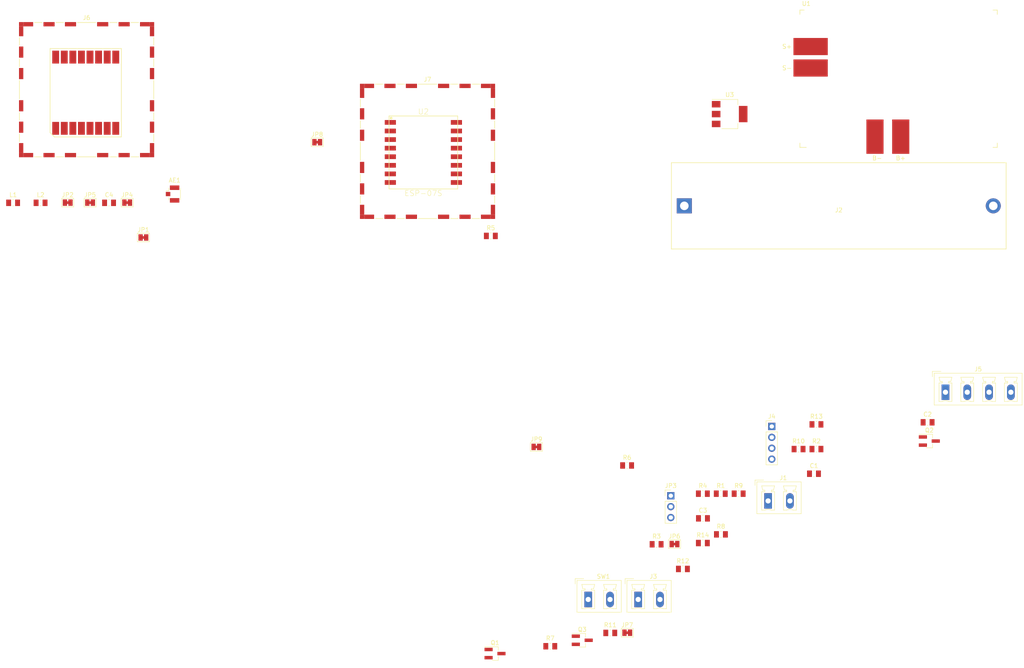
<source format=kicad_pcb>
(kicad_pcb (version 20171130) (host pcbnew 5.0.0-rc2-dev-unknown-c6ef0d5~62~ubuntu17.10.1)

  (general
    (thickness 1.2)
    (drawings 0)
    (tracks 0)
    (zones 0)
    (modules 45)
    (nets 48)
  )

  (page A4)
  (layers
    (0 F.Cu signal)
    (1 In1.Cu power)
    (2 In2.Cu power)
    (31 B.Cu signal)
    (33 F.Adhes user)
    (35 F.Paste user)
    (36 B.SilkS user)
    (37 F.SilkS user)
    (38 B.Mask user)
    (39 F.Mask user hide)
    (40 Dwgs.User user)
    (41 Cmts.User user)
    (42 Eco1.User user)
    (43 Eco2.User user)
    (44 Edge.Cuts user)
    (45 Margin user)
    (47 F.CrtYd user)
    (49 F.Fab user)
  )

  (setup
    (last_trace_width 0.25)
    (user_trace_width 0.5)
    (trace_clearance 0.2)
    (zone_clearance 0.3024)
    (zone_45_only no)
    (trace_min 0.2)
    (segment_width 0.2)
    (edge_width 0.15)
    (via_size 0.6)
    (via_drill 0.4)
    (via_min_size 0.4)
    (via_min_drill 0.3)
    (uvia_size 0.3)
    (uvia_drill 0.1)
    (uvias_allowed no)
    (uvia_min_size 0.2)
    (uvia_min_drill 0.1)
    (pcb_text_width 0.3)
    (pcb_text_size 1.5 1.5)
    (mod_edge_width 0.15)
    (mod_text_size 0.5 0.5)
    (mod_text_width 0.1)
    (pad_size 1.524 1.524)
    (pad_drill 0.762)
    (pad_to_mask_clearance 0.2)
    (aux_axis_origin 0 0)
    (visible_elements FFFFF7FF)
    (pcbplotparams
      (layerselection 0x010f0_ffffffff)
      (usegerberextensions true)
      (usegerberattributes true)
      (usegerberadvancedattributes true)
      (creategerberjobfile true)
      (excludeedgelayer true)
      (linewidth 0.100000)
      (plotframeref false)
      (viasonmask false)
      (mode 1)
      (useauxorigin false)
      (hpglpennumber 1)
      (hpglpenspeed 20)
      (hpglpendiameter 15)
      (psnegative false)
      (psa4output false)
      (plotreference true)
      (plotvalue true)
      (plotinvisibletext false)
      (padsonsilk false)
      (subtractmaskfromsilk false)
      (outputformat 1)
      (mirror false)
      (drillshape 0)
      (scaleselection 1)
      (outputdirectory gerber/))
  )

  (net 0 "")
  (net 1 "Net-(R2-Pad2)")
  (net 2 "Net-(R4-Pad2)")
  (net 3 GND)
  (net 4 +3V3)
  (net 5 "Net-(AE1-Pad1)")
  (net 6 "Net-(U4-Pad7)")
  (net 7 "Net-(AE1-Pad2)")
  (net 8 "Net-(JP9-Pad2)")
  (net 9 "Net-(U4-Pad11)")
  (net 10 "Net-(JP4-Pad2)")
  (net 11 "Net-(U4-Pad12)")
  (net 12 "Net-(JP7-Pad2)")
  (net 13 "Net-(C4-Pad1)")
  (net 14 "Net-(JP6-Pad2)")
  (net 15 "Net-(JP8-Pad2)")
  (net 16 "Net-(JP5-Pad2)")
  (net 17 "Net-(U4-Pad15)")
  (net 18 "Net-(U4-Pad16)")
  (net 19 "Net-(JP1-Pad2)")
  (net 20 +BATT)
  (net 21 /RED)
  (net 22 "Net-(Q2-Pad3)")
  (net 23 "Net-(Q2-Pad2)")
  (net 24 /GREEN)
  (net 25 "Net-(Q1-Pad3)")
  (net 26 "Net-(Q3-Pad2)")
  (net 27 "Net-(Q1-Pad2)")
  (net 28 "Net-(Q3-Pad3)")
  (net 29 /BLUE)
  (net 30 "Net-(JP9-Pad1)")
  (net 31 "Net-(JP3-Pad1)")
  (net 32 "Net-(J3-Pad1)")
  (net 33 "Net-(R5-Pad1)")
  (net 34 "Net-(JP3-Pad3)")
  (net 35 "Net-(J1-Pad2)")
  (net 36 "Net-(J2-Pad2)")
  (net 37 "Net-(JP2-Pad2)")
  (net 38 "Net-(JP4-Pad1)")
  (net 39 /SPI_MOSI)
  (net 40 /SPI_CLK)
  (net 41 "Net-(JP8-Pad1)")
  (net 42 /SPI_MISO)
  (net 43 "Net-(C1-Pad1)")
  (net 44 "Net-(J3-Pad2)")
  (net 45 "Net-(JP3-Pad2)")
  (net 46 "Net-(J4-Pad2)")
  (net 47 "Net-(J4-Pad3)")

  (net_class Default "This is the default net class."
    (clearance 0.2)
    (trace_width 0.25)
    (via_dia 0.6)
    (via_drill 0.4)
    (uvia_dia 0.3)
    (uvia_drill 0.1)
    (add_net +BATT)
    (add_net /BLUE)
    (add_net /GREEN)
    (add_net /RED)
    (add_net /SPI_CLK)
    (add_net /SPI_MISO)
    (add_net /SPI_MOSI)
    (add_net "Net-(AE1-Pad1)")
    (add_net "Net-(AE1-Pad2)")
    (add_net "Net-(C1-Pad1)")
    (add_net "Net-(C4-Pad1)")
    (add_net "Net-(J1-Pad2)")
    (add_net "Net-(J2-Pad2)")
    (add_net "Net-(J3-Pad1)")
    (add_net "Net-(J3-Pad2)")
    (add_net "Net-(J4-Pad2)")
    (add_net "Net-(J4-Pad3)")
    (add_net "Net-(JP1-Pad2)")
    (add_net "Net-(JP2-Pad2)")
    (add_net "Net-(JP3-Pad1)")
    (add_net "Net-(JP3-Pad2)")
    (add_net "Net-(JP3-Pad3)")
    (add_net "Net-(JP4-Pad1)")
    (add_net "Net-(JP4-Pad2)")
    (add_net "Net-(JP5-Pad2)")
    (add_net "Net-(JP6-Pad2)")
    (add_net "Net-(JP7-Pad2)")
    (add_net "Net-(JP8-Pad1)")
    (add_net "Net-(JP8-Pad2)")
    (add_net "Net-(JP9-Pad1)")
    (add_net "Net-(JP9-Pad2)")
    (add_net "Net-(Q1-Pad2)")
    (add_net "Net-(Q1-Pad3)")
    (add_net "Net-(Q2-Pad2)")
    (add_net "Net-(Q2-Pad3)")
    (add_net "Net-(Q3-Pad2)")
    (add_net "Net-(Q3-Pad3)")
    (add_net "Net-(R2-Pad2)")
    (add_net "Net-(R4-Pad2)")
    (add_net "Net-(R5-Pad1)")
    (add_net "Net-(U4-Pad11)")
    (add_net "Net-(U4-Pad12)")
    (add_net "Net-(U4-Pad15)")
    (add_net "Net-(U4-Pad16)")
    (add_net "Net-(U4-Pad7)")
  )

  (net_class power ""
    (clearance 0.2)
    (trace_width 0.5)
    (via_dia 0.8)
    (via_drill 0.5)
    (uvia_dia 0.3)
    (uvia_drill 0.1)
    (add_net +3V3)
    (add_net GND)
  )

  (module Package_TO_SOT_SMD:SOT-23_Handsoldering (layer F.Cu) (tedit 5A0AB76C) (tstamp 5ADB3141)
    (at 147.099362 170.4799)
    (descr "SOT-23, Handsoldering")
    (tags SOT-23)
    (path /5AB4E7C5)
    (attr smd)
    (fp_text reference Q1 (at 0 -2.5) (layer F.SilkS)
      (effects (font (size 1 1) (thickness 0.15)))
    )
    (fp_text value 2N3904 (at 0 2.5) (layer F.Fab)
      (effects (font (size 1 1) (thickness 0.15)))
    )
    (fp_text user %R (at 0 0 90) (layer F.Fab)
      (effects (font (size 0.5 0.5) (thickness 0.075)))
    )
    (fp_line (start 0.76 1.58) (end 0.76 0.65) (layer F.SilkS) (width 0.12))
    (fp_line (start 0.76 -1.58) (end 0.76 -0.65) (layer F.SilkS) (width 0.12))
    (fp_line (start -2.7 -1.75) (end 2.7 -1.75) (layer F.CrtYd) (width 0.05))
    (fp_line (start 2.7 -1.75) (end 2.7 1.75) (layer F.CrtYd) (width 0.05))
    (fp_line (start 2.7 1.75) (end -2.7 1.75) (layer F.CrtYd) (width 0.05))
    (fp_line (start -2.7 1.75) (end -2.7 -1.75) (layer F.CrtYd) (width 0.05))
    (fp_line (start 0.76 -1.58) (end -2.4 -1.58) (layer F.SilkS) (width 0.12))
    (fp_line (start -0.7 -0.95) (end -0.7 1.5) (layer F.Fab) (width 0.1))
    (fp_line (start -0.15 -1.52) (end 0.7 -1.52) (layer F.Fab) (width 0.1))
    (fp_line (start -0.7 -0.95) (end -0.15 -1.52) (layer F.Fab) (width 0.1))
    (fp_line (start 0.7 -1.52) (end 0.7 1.52) (layer F.Fab) (width 0.1))
    (fp_line (start -0.7 1.52) (end 0.7 1.52) (layer F.Fab) (width 0.1))
    (fp_line (start 0.76 1.58) (end -0.7 1.58) (layer F.SilkS) (width 0.12))
    (pad 1 smd rect (at -1.5 -0.95) (size 1.9 0.8) (layers F.Cu F.Paste F.Mask)
      (net 3 GND))
    (pad 2 smd rect (at -1.5 0.95) (size 1.9 0.8) (layers F.Cu F.Paste F.Mask)
      (net 27 "Net-(Q1-Pad2)"))
    (pad 3 smd rect (at 1.5 0) (size 1.9 0.8) (layers F.Cu F.Paste F.Mask)
      (net 25 "Net-(Q1-Pad3)"))
    (model ${KISYS3DMOD}/Package_TO_SOT_SMD.3dshapes/SOT-23.wrl
      (at (xyz 0 0 0))
      (scale (xyz 1 1 1))
      (rotate (xyz 0 0 0))
    )
  )

  (module Package_TO_SOT_SMD:SOT-23_Handsoldering (layer F.Cu) (tedit 5A0AB76C) (tstamp 5ADB312D)
    (at 248.3104 120.9548)
    (descr "SOT-23, Handsoldering")
    (tags SOT-23)
    (path /5AB4EDC2)
    (attr smd)
    (fp_text reference Q2 (at 0 -2.5) (layer F.SilkS)
      (effects (font (size 1 1) (thickness 0.15)))
    )
    (fp_text value 2N3904 (at 0 2.5) (layer F.Fab)
      (effects (font (size 1 1) (thickness 0.15)))
    )
    (fp_line (start 0.76 1.58) (end -0.7 1.58) (layer F.SilkS) (width 0.12))
    (fp_line (start -0.7 1.52) (end 0.7 1.52) (layer F.Fab) (width 0.1))
    (fp_line (start 0.7 -1.52) (end 0.7 1.52) (layer F.Fab) (width 0.1))
    (fp_line (start -0.7 -0.95) (end -0.15 -1.52) (layer F.Fab) (width 0.1))
    (fp_line (start -0.15 -1.52) (end 0.7 -1.52) (layer F.Fab) (width 0.1))
    (fp_line (start -0.7 -0.95) (end -0.7 1.5) (layer F.Fab) (width 0.1))
    (fp_line (start 0.76 -1.58) (end -2.4 -1.58) (layer F.SilkS) (width 0.12))
    (fp_line (start -2.7 1.75) (end -2.7 -1.75) (layer F.CrtYd) (width 0.05))
    (fp_line (start 2.7 1.75) (end -2.7 1.75) (layer F.CrtYd) (width 0.05))
    (fp_line (start 2.7 -1.75) (end 2.7 1.75) (layer F.CrtYd) (width 0.05))
    (fp_line (start -2.7 -1.75) (end 2.7 -1.75) (layer F.CrtYd) (width 0.05))
    (fp_line (start 0.76 -1.58) (end 0.76 -0.65) (layer F.SilkS) (width 0.12))
    (fp_line (start 0.76 1.58) (end 0.76 0.65) (layer F.SilkS) (width 0.12))
    (fp_text user %R (at 0 0 90) (layer F.Fab)
      (effects (font (size 0.5 0.5) (thickness 0.075)))
    )
    (pad 3 smd rect (at 1.5 0) (size 1.9 0.8) (layers F.Cu F.Paste F.Mask)
      (net 22 "Net-(Q2-Pad3)"))
    (pad 2 smd rect (at -1.5 0.95) (size 1.9 0.8) (layers F.Cu F.Paste F.Mask)
      (net 23 "Net-(Q2-Pad2)"))
    (pad 1 smd rect (at -1.5 -0.95) (size 1.9 0.8) (layers F.Cu F.Paste F.Mask)
      (net 3 GND))
    (model ${KISYS3DMOD}/Package_TO_SOT_SMD.3dshapes/SOT-23.wrl
      (at (xyz 0 0 0))
      (scale (xyz 1 1 1))
      (rotate (xyz 0 0 0))
    )
  )

  (module Package_TO_SOT_SMD:SOT-23_Handsoldering (layer F.Cu) (tedit 5A0AB76C) (tstamp 5ADB3119)
    (at 167.429362 167.3799)
    (descr "SOT-23, Handsoldering")
    (tags SOT-23)
    (path /5AA80589)
    (attr smd)
    (fp_text reference Q3 (at 0 -2.5) (layer F.SilkS)
      (effects (font (size 1 1) (thickness 0.15)))
    )
    (fp_text value 2N3904 (at 0 2.5) (layer F.Fab)
      (effects (font (size 1 1) (thickness 0.15)))
    )
    (fp_text user %R (at 0 0 90) (layer F.Fab)
      (effects (font (size 0.5 0.5) (thickness 0.075)))
    )
    (fp_line (start 0.76 1.58) (end 0.76 0.65) (layer F.SilkS) (width 0.12))
    (fp_line (start 0.76 -1.58) (end 0.76 -0.65) (layer F.SilkS) (width 0.12))
    (fp_line (start -2.7 -1.75) (end 2.7 -1.75) (layer F.CrtYd) (width 0.05))
    (fp_line (start 2.7 -1.75) (end 2.7 1.75) (layer F.CrtYd) (width 0.05))
    (fp_line (start 2.7 1.75) (end -2.7 1.75) (layer F.CrtYd) (width 0.05))
    (fp_line (start -2.7 1.75) (end -2.7 -1.75) (layer F.CrtYd) (width 0.05))
    (fp_line (start 0.76 -1.58) (end -2.4 -1.58) (layer F.SilkS) (width 0.12))
    (fp_line (start -0.7 -0.95) (end -0.7 1.5) (layer F.Fab) (width 0.1))
    (fp_line (start -0.15 -1.52) (end 0.7 -1.52) (layer F.Fab) (width 0.1))
    (fp_line (start -0.7 -0.95) (end -0.15 -1.52) (layer F.Fab) (width 0.1))
    (fp_line (start 0.7 -1.52) (end 0.7 1.52) (layer F.Fab) (width 0.1))
    (fp_line (start -0.7 1.52) (end 0.7 1.52) (layer F.Fab) (width 0.1))
    (fp_line (start 0.76 1.58) (end -0.7 1.58) (layer F.SilkS) (width 0.12))
    (pad 1 smd rect (at -1.5 -0.95) (size 1.9 0.8) (layers F.Cu F.Paste F.Mask)
      (net 3 GND))
    (pad 2 smd rect (at -1.5 0.95) (size 1.9 0.8) (layers F.Cu F.Paste F.Mask)
      (net 26 "Net-(Q3-Pad2)"))
    (pad 3 smd rect (at 1.5 0) (size 1.9 0.8) (layers F.Cu F.Paste F.Mask)
      (net 28 "Net-(Q3-Pad3)"))
    (model ${KISYS3DMOD}/Package_TO_SOT_SMD.3dshapes/SOT-23.wrl
      (at (xyz 0 0 0))
      (scale (xyz 1 1 1))
      (rotate (xyz 0 0 0))
    )
  )

  (module Package_TO_SOT_SMD:SOT-223-3_TabPin2 (layer F.Cu) (tedit 5A02FF57) (tstamp 5ADB127B)
    (at 201.778 44.7548)
    (descr "module CMS SOT223 4 pins")
    (tags "CMS SOT")
    (path /5AA102A2)
    (attr smd)
    (fp_text reference U3 (at 0 -4.5) (layer F.SilkS)
      (effects (font (size 1 1) (thickness 0.15)))
    )
    (fp_text value LM1117-3.3 (at 0 4.5) (layer F.Fab)
      (effects (font (size 1 1) (thickness 0.15)))
    )
    (fp_text user %R (at 0 0 90) (layer F.Fab)
      (effects (font (size 0.8 0.8) (thickness 0.12)))
    )
    (fp_line (start 1.91 3.41) (end 1.91 2.15) (layer F.SilkS) (width 0.12))
    (fp_line (start 1.91 -3.41) (end 1.91 -2.15) (layer F.SilkS) (width 0.12))
    (fp_line (start 4.4 -3.6) (end -4.4 -3.6) (layer F.CrtYd) (width 0.05))
    (fp_line (start 4.4 3.6) (end 4.4 -3.6) (layer F.CrtYd) (width 0.05))
    (fp_line (start -4.4 3.6) (end 4.4 3.6) (layer F.CrtYd) (width 0.05))
    (fp_line (start -4.4 -3.6) (end -4.4 3.6) (layer F.CrtYd) (width 0.05))
    (fp_line (start -1.85 -2.35) (end -0.85 -3.35) (layer F.Fab) (width 0.1))
    (fp_line (start -1.85 -2.35) (end -1.85 3.35) (layer F.Fab) (width 0.1))
    (fp_line (start -1.85 3.41) (end 1.91 3.41) (layer F.SilkS) (width 0.12))
    (fp_line (start -0.85 -3.35) (end 1.85 -3.35) (layer F.Fab) (width 0.1))
    (fp_line (start -4.1 -3.41) (end 1.91 -3.41) (layer F.SilkS) (width 0.12))
    (fp_line (start -1.85 3.35) (end 1.85 3.35) (layer F.Fab) (width 0.1))
    (fp_line (start 1.85 -3.35) (end 1.85 3.35) (layer F.Fab) (width 0.1))
    (pad 2 smd rect (at 3.15 0) (size 2 3.8) (layers F.Cu F.Paste F.Mask)
      (net 4 +3V3))
    (pad 2 smd rect (at -3.15 0) (size 2 1.5) (layers F.Cu F.Paste F.Mask)
      (net 4 +3V3))
    (pad 3 smd rect (at -3.15 2.3) (size 2 1.5) (layers F.Cu F.Paste F.Mask)
      (net 20 +BATT))
    (pad 1 smd rect (at -3.15 -2.3) (size 2 1.5) (layers F.Cu F.Paste F.Mask)
      (net 3 GND))
    (model ${KISYS3DMOD}/Package_TO_SOT_SMD.3dshapes/SOT-223.wrl
      (at (xyz 0 0 0))
      (scale (xyz 1 1 1))
      (rotate (xyz 0 0 0))
    )
  )

  (module RF_Shielding:Wuerth_36103305_30x30mm (layer F.Cu) (tedit 5A143358) (tstamp 5ADAEB1D)
    (at 51.9176 39.0652)
    (descr "WE-SHC Shielding Cabinet SMD 30x30mm")
    (tags "Shielding Cabinet")
    (path /5AB442DC)
    (attr smd)
    (fp_text reference J6 (at 0 -16.75) (layer F.SilkS)
      (effects (font (size 1 1) (thickness 0.15)))
    )
    (fp_text value RF_Shield_ESP-07S (at 0 16.75) (layer F.Fab)
      (effects (font (size 1 1) (thickness 0.15)))
    )
    (fp_text user %R (at 0 0) (layer F.Fab)
      (effects (font (size 1 1) (thickness 0.15)))
    )
    (fp_line (start -16 -16) (end -16 16) (layer F.CrtYd) (width 0.05))
    (fp_line (start -16 16) (end 16 16) (layer F.CrtYd) (width 0.05))
    (fp_line (start 16 16) (end 16 -16) (layer F.CrtYd) (width 0.05))
    (fp_line (start 16 -16) (end -16 -16) (layer F.CrtYd) (width 0.05))
    (fp_line (start -14.5 -14.5) (end -14.5 14.5) (layer F.CrtYd) (width 0.05))
    (fp_line (start -14.5 14.5) (end 14.5 14.5) (layer F.CrtYd) (width 0.05))
    (fp_line (start 14.5 14.5) (end 14.5 -14.5) (layer F.CrtYd) (width 0.05))
    (fp_line (start 14.5 -14.5) (end -14.5 -14.5) (layer F.CrtYd) (width 0.05))
    (fp_line (start -15.5 -15.5) (end -15.5 15.5) (layer F.Fab) (width 0.15))
    (fp_line (start -15.5 15.5) (end 15.5 15.5) (layer F.Fab) (width 0.15))
    (fp_line (start 15.5 15.5) (end 15.5 -15.5) (layer F.Fab) (width 0.15))
    (fp_line (start 15.5 -15.5) (end -15.5 -15.5) (layer F.Fab) (width 0.15))
    (fp_line (start -12.15 -15.65) (end -10.35 -15.65) (layer F.SilkS) (width 0.15))
    (fp_line (start -12.15 15.65) (end -10.35 15.65) (layer F.SilkS) (width 0.15))
    (fp_line (start -7.15 -15.65) (end -5.35 -15.65) (layer F.SilkS) (width 0.15))
    (fp_line (start -7.15 15.65) (end -5.35 15.65) (layer F.SilkS) (width 0.15))
    (fp_line (start -2.15 -15.65) (end 2.15 -15.65) (layer F.SilkS) (width 0.15))
    (fp_line (start -2.15 15.65) (end 2.15 15.65) (layer F.SilkS) (width 0.15))
    (fp_line (start 5.35 -15.65) (end 7.15 -15.65) (layer F.SilkS) (width 0.15))
    (fp_line (start 5.35 15.65) (end 7.15 15.65) (layer F.SilkS) (width 0.15))
    (fp_line (start 10.35 -15.65) (end 12.15 -15.65) (layer F.SilkS) (width 0.15))
    (fp_line (start 10.35 15.65) (end 12.15 15.65) (layer F.SilkS) (width 0.15))
    (fp_line (start -15.65 -12.15) (end -15.65 -10.35) (layer F.SilkS) (width 0.15))
    (fp_line (start 15.65 -12.15) (end 15.65 -10.35) (layer F.SilkS) (width 0.15))
    (fp_line (start -15.65 -7.15) (end -15.65 -5.35) (layer F.SilkS) (width 0.15))
    (fp_line (start 15.65 -7.15) (end 15.65 -5.35) (layer F.SilkS) (width 0.15))
    (fp_line (start -15.65 -2.15) (end -15.65 2.15) (layer F.SilkS) (width 0.15))
    (fp_line (start 15.65 -2.15) (end 15.65 2.15) (layer F.SilkS) (width 0.15))
    (fp_line (start -15.65 5.35) (end -15.65 7.15) (layer F.SilkS) (width 0.15))
    (fp_line (start 15.65 5.35) (end 15.65 7.15) (layer F.SilkS) (width 0.15))
    (fp_line (start -15.65 10.35) (end -15.65 12.15) (layer F.SilkS) (width 0.15))
    (fp_line (start 15.65 10.35) (end 15.65 12.15) (layer F.SilkS) (width 0.15))
    (pad 1 smd rect (at -15.25 -15.25) (size 1 1) (layers F.Cu F.Mask)
      (net 3 GND))
    (pad 1 smd rect (at 15.25 -15.25) (size 1 1) (layers F.Cu F.Mask)
      (net 3 GND))
    (pad 1 smd rect (at 15.25 15.25) (size 1 1) (layers F.Cu F.Mask)
      (net 3 GND))
    (pad 1 smd rect (at -15.25 15.25) (size 1 1) (layers F.Cu F.Mask)
      (net 3 GND))
    (pad 1 smd rect (at -13.6 -15.25) (size 2.3 1) (layers F.Cu F.Mask)
      (net 3 GND))
    (pad 1 smd rect (at -13.6 15.25) (size 2.3 1) (layers F.Cu F.Mask)
      (net 3 GND))
    (pad 1 smd rect (at -8.75 -15.25) (size 2.6 1) (layers F.Cu F.Mask)
      (net 3 GND))
    (pad 1 smd rect (at -8.75 15.25) (size 2.6 1) (layers F.Cu F.Mask)
      (net 3 GND))
    (pad 1 smd rect (at -3.75 -15.25) (size 2.6 1) (layers F.Cu F.Mask)
      (net 3 GND))
    (pad 1 smd rect (at -3.75 15.25) (size 2.6 1) (layers F.Cu F.Mask)
      (net 3 GND))
    (pad 1 smd rect (at 3.75 -15.25) (size 2.6 1) (layers F.Cu F.Mask)
      (net 3 GND))
    (pad 1 smd rect (at 3.75 15.25) (size 2.6 1) (layers F.Cu F.Mask)
      (net 3 GND))
    (pad 1 smd rect (at 8.75 -15.25) (size 2.6 1) (layers F.Cu F.Mask)
      (net 3 GND))
    (pad 1 smd rect (at 8.75 15.25) (size 2.6 1) (layers F.Cu F.Mask)
      (net 3 GND))
    (pad 1 smd rect (at 13.6 -15.25) (size 2.3 1) (layers F.Cu F.Mask)
      (net 3 GND))
    (pad 1 smd rect (at 13.6 15.25) (size 2.3 1) (layers F.Cu F.Mask)
      (net 3 GND))
    (pad 1 smd rect (at -15.25 -13.6) (size 1 2.3) (layers F.Cu F.Mask)
      (net 3 GND))
    (pad 1 smd rect (at 15.25 -13.6) (size 1 2.3) (layers F.Cu F.Mask)
      (net 3 GND))
    (pad 1 smd rect (at -15.25 -8.75) (size 1 2.6) (layers F.Cu F.Mask)
      (net 3 GND))
    (pad 1 smd rect (at 15.25 -8.75) (size 1 2.6) (layers F.Cu F.Mask)
      (net 3 GND))
    (pad 1 smd rect (at -15.25 -3.75) (size 1 2.6) (layers F.Cu F.Mask)
      (net 3 GND))
    (pad 1 smd rect (at 15.25 -3.75) (size 1 2.6) (layers F.Cu F.Mask)
      (net 3 GND))
    (pad 1 smd rect (at -15.25 3.75) (size 1 2.6) (layers F.Cu F.Mask)
      (net 3 GND))
    (pad 1 smd rect (at 15.25 3.75) (size 1 2.6) (layers F.Cu F.Mask)
      (net 3 GND))
    (pad 1 smd rect (at -15.25 8.75) (size 1 2.6) (layers F.Cu F.Mask)
      (net 3 GND))
    (pad 1 smd rect (at 15.25 8.75) (size 1 2.6) (layers F.Cu F.Mask)
      (net 3 GND))
    (pad 1 smd rect (at -15.25 13.6) (size 1 2.3) (layers F.Cu F.Mask)
      (net 3 GND))
    (pad 1 smd rect (at 15.25 13.6) (size 1 2.3) (layers F.Cu F.Mask)
      (net 3 GND))
    (model ${KISYS3DMOD}/RF_Shielding.3dshapes/Wuerth_36103305_30x30mm.wrl
      (at (xyz 0 0 0))
      (scale (xyz 1 1 1))
      (rotate (xyz 0 0 0))
    )
  )

  (module ESP8266:ESP-07S (layer F.Cu) (tedit 5A27B10B) (tstamp 5ADA6F09)
    (at 130.4036 53.6956)
    (descr "Module, ESP-8266, ESP-07S, 14 pad, SMD")
    (tags "Module ESP-8266 ESP8266")
    (path /5AA0FEDC)
    (attr smd)
    (fp_text reference U2 (at 0 -9.5) (layer F.SilkS)
      (effects (font (size 1.27 1.27) (thickness 0.1016)))
    )
    (fp_text value ESP-07S (at 0 9.5) (layer F.SilkS)
      (effects (font (size 1.27 1.27) (thickness 0.1016)))
    )
    (fp_line (start -8 -8.5) (end 8 -8.5) (layer F.SilkS) (width 0.15))
    (fp_line (start -8 8.5) (end -8 -8.5) (layer F.SilkS) (width 0.15))
    (fp_line (start 8 8.5) (end -8 8.5) (layer F.SilkS) (width 0.15))
    (fp_line (start 8 -8.5) (end 8 8.5) (layer F.SilkS) (width 0.15))
    (fp_circle (center -7.5 -8) (end -7.4 -8) (layer F.SilkS) (width 0.15))
    (fp_circle (center -7.5 -8) (end -7.3 -8.1) (layer F.SilkS) (width 0.15))
    (fp_circle (center -7.6 -8) (end -7.5 -8) (layer F.SilkS) (width 0.15))
    (pad 16 smd rect (at 7.7 -7) (size 2.6 1.1) (layers F.Cu F.Paste F.Mask)
      (net 47 "Net-(J4-Pad3)"))
    (pad 15 smd rect (at 7.7 -5) (size 2.6 1.1) (layers F.Cu F.Paste F.Mask)
      (net 46 "Net-(J4-Pad2)"))
    (pad 14 smd rect (at 7.7 -3) (size 2.6 1.1) (layers F.Cu F.Paste F.Mask)
      (net 23 "Net-(Q2-Pad2)"))
    (pad 13 smd rect (at 7.7 -1) (size 2.6 1.1) (layers F.Cu F.Paste F.Mask)
      (net 26 "Net-(Q3-Pad2)"))
    (pad 12 smd rect (at 7.7 1) (size 2.6 1.1) (layers F.Cu F.Paste F.Mask)
      (net 45 "Net-(JP3-Pad2)"))
    (pad 11 smd rect (at 7.7 3) (size 2.6 1.1) (layers F.Cu F.Paste F.Mask)
      (net 38 "Net-(JP4-Pad1)"))
    (pad 10 smd rect (at 7.7 5) (size 2.6 1.1) (layers F.Cu F.Paste F.Mask)
      (net 33 "Net-(R5-Pad1)"))
    (pad 9 smd rect (at 7.7 7) (size 2.6 1.1) (layers F.Cu F.Paste F.Mask)
      (net 3 GND))
    (pad 8 smd rect (at -7.7 7) (size 2.6 1.1) (layers F.Cu F.Paste F.Mask)
      (net 43 "Net-(C1-Pad1)"))
    (pad 7 smd rect (at -7.7 5) (size 2.6 1.1) (layers F.Cu F.Paste F.Mask)
      (net 39 /SPI_MOSI))
    (pad 6 smd rect (at -7.7 3) (size 2.6 1.1) (layers F.Cu F.Paste F.Mask)
      (net 42 /SPI_MISO))
    (pad 5 smd rect (at -7.7 1) (size 2.6 1.1) (layers F.Cu F.Paste F.Mask)
      (net 40 /SPI_CLK))
    (pad 4 smd rect (at -7.7 -1) (size 2.6 1.1) (layers F.Cu F.Paste F.Mask)
      (net 41 "Net-(JP8-Pad1)"))
    (pad 3 smd rect (at -7.7 -3) (size 2.6 1.1) (layers F.Cu F.Paste F.Mask)
      (net 2 "Net-(R4-Pad2)"))
    (pad 2 smd rect (at -7.7 -5) (size 2.6 1.1) (layers F.Cu F.Paste F.Mask)
      (net 1 "Net-(R2-Pad2)"))
    (pad 1 smd rect (at -7.7 -7) (size 2.6 1.1) (layers F.Cu F.Paste F.Mask)
      (net 44 "Net-(J3-Pad2)"))
  )

  (module Battery:BatteryHolder_MPD_BH-18650-PC2 (layer F.Cu) (tedit 5A562497) (tstamp 5ADA70A6)
    (at 191.2112 66.1416)
    (descr "18650 Battery Holder (http://www.memoryprotectiondevices.com/datasheets/BK-18650-PC2-datasheet.pdf)")
    (tags "18650 Battery Holder")
    (path /5AA4CAA2)
    (fp_text reference J2 (at 36 1) (layer F.SilkS)
      (effects (font (size 1 1) (thickness 0.15)))
    )
    (fp_text value "LiPo 18650" (at 36 -0.8) (layer F.Fab)
      (effects (font (size 1 1) (thickness 0.15)))
    )
    (fp_line (start -3 10.05) (end -3 -10.05) (layer F.SilkS) (width 0.15))
    (fp_line (start 75 10.05) (end -3 10.05) (layer F.SilkS) (width 0.15))
    (fp_line (start 75 -10.05) (end 75 10.05) (layer F.SilkS) (width 0.15))
    (fp_line (start -3 -10.05) (end 75 -10.05) (layer F.SilkS) (width 0.15))
    (fp_line (start -2.8 9.85) (end -2.8 -9.85) (layer F.Fab) (width 0.15))
    (fp_line (start 74.8 9.85) (end -2.8 9.85) (layer F.Fab) (width 0.15))
    (fp_line (start 74.8 -9.85) (end 74.8 9.85) (layer F.Fab) (width 0.15))
    (fp_line (start -2.8 -9.85) (end 74.8 -9.85) (layer F.Fab) (width 0.15))
    (fp_line (start -3.2 10.25) (end -3.2 -10.25) (layer F.CrtYd) (width 0.05))
    (fp_line (start 75.2 10.25) (end -3.2 10.25) (layer F.CrtYd) (width 0.05))
    (fp_line (start 75.2 -10.25) (end 75.2 10.25) (layer F.CrtYd) (width 0.05))
    (fp_line (start -3.2 -10.25) (end 75.2 -10.25) (layer F.CrtYd) (width 0.05))
    (fp_text user %R (at 36 -2.4) (layer F.Fab)
      (effects (font (size 1 1) (thickness 0.15)))
    )
    (pad 2 thru_hole circle (at 72 0) (size 3.5 3.5) (drill 2) (layers *.Cu *.Mask)
      (net 36 "Net-(J2-Pad2)"))
    (pad 1 thru_hole rect (at 0 0) (size 3.5 3.5) (drill 2) (layers *.Cu *.Mask)
      (net 3 GND))
    (model ${KISYS3DMOD}/Battery.3dshapes/BatteryHolder_MPD_BH-18650-PC2.wrl
      (at (xyz 0 0 0))
      (scale (xyz 1 1 1))
      (rotate (xyz 0 0 0))
    )
  )

  (module Capacitor_SMD:C_0805_2012Metric_Pad1.15x1.50mm_HandSolder (layer F.Cu) (tedit 59FE48B8) (tstamp 5ADA7093)
    (at 221.426028 128.5699)
    (descr "Capacitor SMD 0805 (2012 Metric), square (rectangular) end terminal, IPC_7351 nominal with elongated pad for handsoldering. (Body size source: http://www.tortai-tech.com/upload/download/2011102023233369053.pdf), generated with kicad-footprint-generator")
    (tags "capacitor handsolder")
    (path /5AA7DEC6)
    (attr smd)
    (fp_text reference C1 (at 0 -1.85) (layer F.SilkS)
      (effects (font (size 1 1) (thickness 0.15)))
    )
    (fp_text value 0.1uF (at 0 1.85) (layer F.Fab)
      (effects (font (size 1 1) (thickness 0.15)))
    )
    (fp_text user %R (at 0 0) (layer F.Fab)
      (effects (font (size 0.5 0.5) (thickness 0.08)))
    )
    (fp_line (start 1.86 1) (end -1.86 1) (layer F.CrtYd) (width 0.05))
    (fp_line (start 1.86 -1) (end 1.86 1) (layer F.CrtYd) (width 0.05))
    (fp_line (start -1.86 -1) (end 1.86 -1) (layer F.CrtYd) (width 0.05))
    (fp_line (start -1.86 1) (end -1.86 -1) (layer F.CrtYd) (width 0.05))
    (fp_line (start -0.15 0.71) (end 0.15 0.71) (layer F.SilkS) (width 0.12))
    (fp_line (start -0.15 -0.71) (end 0.15 -0.71) (layer F.SilkS) (width 0.12))
    (fp_line (start 1 0.6) (end -1 0.6) (layer F.Fab) (width 0.1))
    (fp_line (start 1 -0.6) (end 1 0.6) (layer F.Fab) (width 0.1))
    (fp_line (start -1 -0.6) (end 1 -0.6) (layer F.Fab) (width 0.1))
    (fp_line (start -1 0.6) (end -1 -0.6) (layer F.Fab) (width 0.1))
    (pad 2 smd rect (at 1.0425 0) (size 1.145 1.5) (layers F.Cu F.Paste F.Mask)
      (net 3 GND))
    (pad 1 smd rect (at -1.0425 0) (size 1.145 1.5) (layers F.Cu F.Paste F.Mask)
      (net 43 "Net-(C1-Pad1)"))
    (model ${KISYS3DMOD}/Capacitor_SMD.3dshapes/C_0805_2012Metric.wrl
      (at (xyz 0 0 0))
      (scale (xyz 1 1 1))
      (rotate (xyz 0 0 0))
    )
  )

  (module Capacitor_SMD:C_0805_2012Metric_Pad1.15x1.50mm_HandSolder (layer F.Cu) (tedit 59FE48B8) (tstamp 5ADA7082)
    (at 247.904 116.586)
    (descr "Capacitor SMD 0805 (2012 Metric), square (rectangular) end terminal, IPC_7351 nominal with elongated pad for handsoldering. (Body size source: http://www.tortai-tech.com/upload/download/2011102023233369053.pdf), generated with kicad-footprint-generator")
    (tags "capacitor handsolder")
    (path /5AA10538)
    (attr smd)
    (fp_text reference C2 (at 0 -1.85) (layer F.SilkS)
      (effects (font (size 1 1) (thickness 0.15)))
    )
    (fp_text value 10uF (at 0 1.85) (layer F.Fab)
      (effects (font (size 1 1) (thickness 0.15)))
    )
    (fp_line (start -1 0.6) (end -1 -0.6) (layer F.Fab) (width 0.1))
    (fp_line (start -1 -0.6) (end 1 -0.6) (layer F.Fab) (width 0.1))
    (fp_line (start 1 -0.6) (end 1 0.6) (layer F.Fab) (width 0.1))
    (fp_line (start 1 0.6) (end -1 0.6) (layer F.Fab) (width 0.1))
    (fp_line (start -0.15 -0.71) (end 0.15 -0.71) (layer F.SilkS) (width 0.12))
    (fp_line (start -0.15 0.71) (end 0.15 0.71) (layer F.SilkS) (width 0.12))
    (fp_line (start -1.86 1) (end -1.86 -1) (layer F.CrtYd) (width 0.05))
    (fp_line (start -1.86 -1) (end 1.86 -1) (layer F.CrtYd) (width 0.05))
    (fp_line (start 1.86 -1) (end 1.86 1) (layer F.CrtYd) (width 0.05))
    (fp_line (start 1.86 1) (end -1.86 1) (layer F.CrtYd) (width 0.05))
    (fp_text user %R (at 0 0) (layer F.Fab)
      (effects (font (size 0.5 0.5) (thickness 0.08)))
    )
    (pad 1 smd rect (at -1.0425 0) (size 1.145 1.5) (layers F.Cu F.Paste F.Mask)
      (net 20 +BATT))
    (pad 2 smd rect (at 1.0425 0) (size 1.145 1.5) (layers F.Cu F.Paste F.Mask)
      (net 3 GND))
    (model ${KISYS3DMOD}/Capacitor_SMD.3dshapes/C_0805_2012Metric.wrl
      (at (xyz 0 0 0))
      (scale (xyz 1 1 1))
      (rotate (xyz 0 0 0))
    )
  )

  (module Capacitor_SMD:C_0805_2012Metric_Pad1.15x1.50mm_HandSolder (layer F.Cu) (tedit 59FE48B8) (tstamp 5ADA7071)
    (at 195.557933 138.9699)
    (descr "Capacitor SMD 0805 (2012 Metric), square (rectangular) end terminal, IPC_7351 nominal with elongated pad for handsoldering. (Body size source: http://www.tortai-tech.com/upload/download/2011102023233369053.pdf), generated with kicad-footprint-generator")
    (tags "capacitor handsolder")
    (path /5AA105D0)
    (attr smd)
    (fp_text reference C3 (at 0 -1.85) (layer F.SilkS)
      (effects (font (size 1 1) (thickness 0.15)))
    )
    (fp_text value 10uF (at 0 1.85) (layer F.Fab)
      (effects (font (size 1 1) (thickness 0.15)))
    )
    (fp_text user %R (at 0 0) (layer F.Fab)
      (effects (font (size 0.5 0.5) (thickness 0.08)))
    )
    (fp_line (start 1.86 1) (end -1.86 1) (layer F.CrtYd) (width 0.05))
    (fp_line (start 1.86 -1) (end 1.86 1) (layer F.CrtYd) (width 0.05))
    (fp_line (start -1.86 -1) (end 1.86 -1) (layer F.CrtYd) (width 0.05))
    (fp_line (start -1.86 1) (end -1.86 -1) (layer F.CrtYd) (width 0.05))
    (fp_line (start -0.15 0.71) (end 0.15 0.71) (layer F.SilkS) (width 0.12))
    (fp_line (start -0.15 -0.71) (end 0.15 -0.71) (layer F.SilkS) (width 0.12))
    (fp_line (start 1 0.6) (end -1 0.6) (layer F.Fab) (width 0.1))
    (fp_line (start 1 -0.6) (end 1 0.6) (layer F.Fab) (width 0.1))
    (fp_line (start -1 -0.6) (end 1 -0.6) (layer F.Fab) (width 0.1))
    (fp_line (start -1 0.6) (end -1 -0.6) (layer F.Fab) (width 0.1))
    (pad 2 smd rect (at 1.0425 0) (size 1.145 1.5) (layers F.Cu F.Paste F.Mask)
      (net 3 GND))
    (pad 1 smd rect (at -1.0425 0) (size 1.145 1.5) (layers F.Cu F.Paste F.Mask)
      (net 4 +3V3))
    (model ${KISYS3DMOD}/Capacitor_SMD.3dshapes/C_0805_2012Metric.wrl
      (at (xyz 0 0 0))
      (scale (xyz 1 1 1))
      (rotate (xyz 0 0 0))
    )
  )

  (module Capacitor_SMD:C_0805_2012Metric_Pad1.15x1.50mm_HandSolder (layer F.Cu) (tedit 59FE48B8) (tstamp 5ADA7060)
    (at 57.155628 65.4391)
    (descr "Capacitor SMD 0805 (2012 Metric), square (rectangular) end terminal, IPC_7351 nominal with elongated pad for handsoldering. (Body size source: http://www.tortai-tech.com/upload/download/2011102023233369053.pdf), generated with kicad-footprint-generator")
    (tags "capacitor handsolder")
    (path /5AB0F523)
    (attr smd)
    (fp_text reference C4 (at 0 -1.85) (layer F.SilkS)
      (effects (font (size 1 1) (thickness 0.15)))
    )
    (fp_text value 0.1uF (at 0 1.85) (layer F.Fab)
      (effects (font (size 1 1) (thickness 0.15)))
    )
    (fp_line (start -1 0.6) (end -1 -0.6) (layer F.Fab) (width 0.1))
    (fp_line (start -1 -0.6) (end 1 -0.6) (layer F.Fab) (width 0.1))
    (fp_line (start 1 -0.6) (end 1 0.6) (layer F.Fab) (width 0.1))
    (fp_line (start 1 0.6) (end -1 0.6) (layer F.Fab) (width 0.1))
    (fp_line (start -0.15 -0.71) (end 0.15 -0.71) (layer F.SilkS) (width 0.12))
    (fp_line (start -0.15 0.71) (end 0.15 0.71) (layer F.SilkS) (width 0.12))
    (fp_line (start -1.86 1) (end -1.86 -1) (layer F.CrtYd) (width 0.05))
    (fp_line (start -1.86 -1) (end 1.86 -1) (layer F.CrtYd) (width 0.05))
    (fp_line (start 1.86 -1) (end 1.86 1) (layer F.CrtYd) (width 0.05))
    (fp_line (start 1.86 1) (end -1.86 1) (layer F.CrtYd) (width 0.05))
    (fp_text user %R (at 0 0) (layer F.Fab)
      (effects (font (size 0.5 0.5) (thickness 0.08)))
    )
    (pad 1 smd rect (at -1.0425 0) (size 1.145 1.5) (layers F.Cu F.Paste F.Mask)
      (net 13 "Net-(C4-Pad1)"))
    (pad 2 smd rect (at 1.0425 0) (size 1.145 1.5) (layers F.Cu F.Paste F.Mask)
      (net 3 GND))
    (model ${KISYS3DMOD}/Capacitor_SMD.3dshapes/C_0805_2012Metric.wrl
      (at (xyz 0 0 0))
      (scale (xyz 1 1 1))
      (rotate (xyz 0 0 0))
    )
  )

  (module Connector_Coaxial:U.FL_Hirose_U.FL-R-SMT-1_Vertical (layer F.Cu) (tedit 5A1DBFC3) (tstamp 5ADA704F)
    (at 71.954914 63.3891)
    (descr "Hirose U.FL Coaxial https://www.hirose.com/product/en/products/U.FL/U.FL-R-SMT-1%2810%29/")
    (tags "Hirose U.FL Coaxial")
    (path /5AA17190)
    (attr smd)
    (fp_text reference AE1 (at 0.475 -3.2) (layer F.SilkS)
      (effects (font (size 1 1) (thickness 0.15)))
    )
    (fp_text value RFM95_Antenna (at 0.475 3.2) (layer F.Fab)
      (effects (font (size 1 1) (thickness 0.15)))
    )
    (fp_text user %R (at 0.475 0 90) (layer F.Fab)
      (effects (font (size 0.6 0.6) (thickness 0.09)))
    )
    (fp_line (start -2.02 1) (end -2.02 -1) (layer F.CrtYd) (width 0.05))
    (fp_line (start -1.32 1) (end -2.02 1) (layer F.CrtYd) (width 0.05))
    (fp_line (start 2.08 1.8) (end 2.28 1.8) (layer F.CrtYd) (width 0.05))
    (fp_line (start 2.08 2.5) (end 2.08 1.8) (layer F.CrtYd) (width 0.05))
    (fp_line (start 2.28 1.8) (end 2.28 -1.8) (layer F.CrtYd) (width 0.05))
    (fp_line (start -1.32 1.8) (end -1.12 1.8) (layer F.CrtYd) (width 0.05))
    (fp_line (start -1.12 2.5) (end -1.12 1.8) (layer F.CrtYd) (width 0.05))
    (fp_line (start 2.08 2.5) (end -1.12 2.5) (layer F.CrtYd) (width 0.05))
    (fp_line (start 1.835 -1.35) (end 1.835 1.35) (layer F.SilkS) (width 0.12))
    (fp_line (start -0.885 -0.76) (end -1.515 -0.76) (layer F.SilkS) (width 0.12))
    (fp_line (start -0.885 1.4) (end -0.885 0.76) (layer F.SilkS) (width 0.12))
    (fp_line (start -0.925 -0.3) (end -1.075 -0.15) (layer F.Fab) (width 0.1))
    (fp_line (start 1.775 -1.3) (end 1.375 -1.3) (layer F.Fab) (width 0.1))
    (fp_line (start 1.375 -1.5) (end 1.375 -1.3) (layer F.Fab) (width 0.1))
    (fp_line (start -0.425 -1.5) (end 1.375 -1.5) (layer F.Fab) (width 0.1))
    (fp_line (start 1.775 -1.3) (end 1.775 1.3) (layer F.Fab) (width 0.1))
    (fp_line (start 1.775 1.3) (end 1.375 1.3) (layer F.Fab) (width 0.1))
    (fp_line (start 1.375 1.5) (end 1.375 1.3) (layer F.Fab) (width 0.1))
    (fp_line (start -0.425 1.5) (end 1.375 1.5) (layer F.Fab) (width 0.1))
    (fp_line (start -0.425 -1.3) (end -0.825 -1.3) (layer F.Fab) (width 0.1))
    (fp_line (start -0.425 -1.5) (end -0.425 -1.3) (layer F.Fab) (width 0.1))
    (fp_line (start -0.825 -0.3) (end -0.825 -1.3) (layer F.Fab) (width 0.1))
    (fp_line (start -0.925 -0.3) (end -0.825 -0.3) (layer F.Fab) (width 0.1))
    (fp_line (start -1.075 0.3) (end -1.075 -0.15) (layer F.Fab) (width 0.1))
    (fp_line (start -1.075 0.3) (end -0.825 0.3) (layer F.Fab) (width 0.1))
    (fp_line (start -0.825 0.3) (end -0.825 1.3) (layer F.Fab) (width 0.1))
    (fp_line (start -0.425 1.3) (end -0.825 1.3) (layer F.Fab) (width 0.1))
    (fp_line (start -0.425 1.5) (end -0.425 1.3) (layer F.Fab) (width 0.1))
    (fp_line (start -0.885 -1.4) (end -0.885 -0.76) (layer F.SilkS) (width 0.12))
    (fp_line (start 2.08 -1.8) (end 2.28 -1.8) (layer F.CrtYd) (width 0.05))
    (fp_line (start 2.08 -1.8) (end 2.08 -2.5) (layer F.CrtYd) (width 0.05))
    (fp_line (start -1.32 -1) (end -1.32 -1.8) (layer F.CrtYd) (width 0.05))
    (fp_line (start 2.08 -2.5) (end -1.12 -2.5) (layer F.CrtYd) (width 0.05))
    (fp_line (start -1.12 -1.8) (end -1.12 -2.5) (layer F.CrtYd) (width 0.05))
    (fp_line (start -1.32 -1.8) (end -1.12 -1.8) (layer F.CrtYd) (width 0.05))
    (fp_line (start -1.32 1.8) (end -1.32 1) (layer F.CrtYd) (width 0.05))
    (fp_line (start -1.32 -1) (end -2.02 -1) (layer F.CrtYd) (width 0.05))
    (pad 2 smd rect (at 0.475 1.475) (size 2.2 1.05) (layers F.Cu F.Paste F.Mask)
      (net 7 "Net-(AE1-Pad2)"))
    (pad 1 smd rect (at -1.05 0) (size 1.05 1) (layers F.Cu F.Paste F.Mask)
      (net 5 "Net-(AE1-Pad1)"))
    (pad 2 smd rect (at 0.475 -1.475) (size 2.2 1.05) (layers F.Cu F.Paste F.Mask)
      (net 7 "Net-(AE1-Pad2)"))
    (model ${KISYS3DMOD}/Connector_Coaxial.3dshapes/U.FL_Hirose_U.FL-R-SMT-1_Vertical.wrl
      (offset (xyz 0.4749999928262157 0 0))
      (scale (xyz 1 1 1))
      (rotate (xyz 0 0 0))
    )
  )

  (module Connector_Phoenix_MC:PhoenixContact_MCV_1,5_2-G-5.08_1x02_P5.08mm_Vertical (layer F.Cu) (tedit 5A00FA1B) (tstamp 5ADA7022)
    (at 168.819601 157.8699)
    (descr "Generic Phoenix Contact connector footprint for: MCV_1,5/2-G-5.08; number of pins: 02; pin pitch: 5.08mm; Vertical || order number: 1836299 8A 320V")
    (tags "phoenix_contact connector MCV_01x02_G_5.08mm")
    (path /5ABB5E18)
    (fp_text reference SW1 (at 3.54 -5.35) (layer F.SilkS)
      (effects (font (size 1 1) (thickness 0.15)))
    )
    (fp_text value SW_SPST (at 2.54 3.9) (layer F.Fab)
      (effects (font (size 1 1) (thickness 0.15)))
    )
    (fp_arc (start 0 3.85) (end -0.75 2.15) (angle 47.6) (layer F.SilkS) (width 0.12))
    (fp_arc (start 5.08 3.85) (end 4.33 2.15) (angle 47.6) (layer F.SilkS) (width 0.12))
    (fp_line (start -2.62 -4.43) (end -2.62 2.98) (layer F.SilkS) (width 0.12))
    (fp_line (start -2.62 2.98) (end 7.7 2.98) (layer F.SilkS) (width 0.12))
    (fp_line (start 7.7 2.98) (end 7.7 -4.43) (layer F.SilkS) (width 0.12))
    (fp_line (start 7.7 -4.43) (end -2.62 -4.43) (layer F.SilkS) (width 0.12))
    (fp_line (start -2.54 -4.35) (end -2.54 2.9) (layer F.Fab) (width 0.1))
    (fp_line (start -2.54 2.9) (end 7.62 2.9) (layer F.Fab) (width 0.1))
    (fp_line (start 7.62 2.9) (end 7.62 -4.35) (layer F.Fab) (width 0.1))
    (fp_line (start 7.62 -4.35) (end -2.54 -4.35) (layer F.Fab) (width 0.1))
    (fp_line (start -0.75 2.15) (end -1.5 2.15) (layer F.SilkS) (width 0.12))
    (fp_line (start -1.5 2.15) (end -1.5 -2.15) (layer F.SilkS) (width 0.12))
    (fp_line (start -1.5 -2.15) (end -0.75 -2.15) (layer F.SilkS) (width 0.12))
    (fp_line (start -0.75 -2.15) (end -0.75 -2.5) (layer F.SilkS) (width 0.12))
    (fp_line (start -0.75 -2.5) (end -1.25 -2.5) (layer F.SilkS) (width 0.12))
    (fp_line (start -1.25 -2.5) (end -1.5 -3.5) (layer F.SilkS) (width 0.12))
    (fp_line (start -1.5 -3.5) (end 1.5 -3.5) (layer F.SilkS) (width 0.12))
    (fp_line (start 1.5 -3.5) (end 1.25 -2.5) (layer F.SilkS) (width 0.12))
    (fp_line (start 1.25 -2.5) (end 0.75 -2.5) (layer F.SilkS) (width 0.12))
    (fp_line (start 0.75 -2.5) (end 0.75 -2.15) (layer F.SilkS) (width 0.12))
    (fp_line (start 0.75 -2.15) (end 1.5 -2.15) (layer F.SilkS) (width 0.12))
    (fp_line (start 1.5 -2.15) (end 1.5 2.15) (layer F.SilkS) (width 0.12))
    (fp_line (start 1.5 2.15) (end 0.75 2.15) (layer F.SilkS) (width 0.12))
    (fp_line (start 4.33 2.15) (end 3.58 2.15) (layer F.SilkS) (width 0.12))
    (fp_line (start 3.58 2.15) (end 3.58 -2.15) (layer F.SilkS) (width 0.12))
    (fp_line (start 3.58 -2.15) (end 4.33 -2.15) (layer F.SilkS) (width 0.12))
    (fp_line (start 4.33 -2.15) (end 4.33 -2.5) (layer F.SilkS) (width 0.12))
    (fp_line (start 4.33 -2.5) (end 3.83 -2.5) (layer F.SilkS) (width 0.12))
    (fp_line (start 3.83 -2.5) (end 3.58 -3.5) (layer F.SilkS) (width 0.12))
    (fp_line (start 3.58 -3.5) (end 6.58 -3.5) (layer F.SilkS) (width 0.12))
    (fp_line (start 6.58 -3.5) (end 6.33 -2.5) (layer F.SilkS) (width 0.12))
    (fp_line (start 6.33 -2.5) (end 5.83 -2.5) (layer F.SilkS) (width 0.12))
    (fp_line (start 5.83 -2.5) (end 5.83 -2.15) (layer F.SilkS) (width 0.12))
    (fp_line (start 5.83 -2.15) (end 6.58 -2.15) (layer F.SilkS) (width 0.12))
    (fp_line (start 6.58 -2.15) (end 6.58 2.15) (layer F.SilkS) (width 0.12))
    (fp_line (start 6.58 2.15) (end 5.83 2.15) (layer F.SilkS) (width 0.12))
    (fp_line (start -3.04 -4.85) (end -3.04 3.4) (layer F.CrtYd) (width 0.05))
    (fp_line (start -3.04 3.4) (end 8.12 3.4) (layer F.CrtYd) (width 0.05))
    (fp_line (start 8.12 3.4) (end 8.12 -4.85) (layer F.CrtYd) (width 0.05))
    (fp_line (start 8.12 -4.85) (end -3.04 -4.85) (layer F.CrtYd) (width 0.05))
    (fp_line (start -3.04 -3.6) (end -3.04 -4.85) (layer F.SilkS) (width 0.12))
    (fp_line (start -3.04 -4.85) (end -1.04 -4.85) (layer F.SilkS) (width 0.12))
    (fp_line (start -3.04 -3.6) (end -3.04 -4.85) (layer F.Fab) (width 0.1))
    (fp_line (start -3.04 -4.85) (end -1.04 -4.85) (layer F.Fab) (width 0.1))
    (fp_text user %R (at 3.54 -3) (layer F.Fab)
      (effects (font (size 1 1) (thickness 0.15)))
    )
    (pad 1 thru_hole rect (at 0 0) (size 1.8 3.6) (drill 1.2) (layers *.Cu *.Mask)
      (net 37 "Net-(JP2-Pad2)"))
    (pad 2 thru_hole oval (at 5.08 0) (size 1.8 3.6) (drill 1.2) (layers *.Cu *.Mask)
      (net 20 +BATT))
    (model ${KISYS3DMOD}/Connector_Phoenix_MC.3dshapes/PhoenixContact_MCV_1,5_2-G-5.08_1x02_P5.08mm_Vertical.wrl
      (at (xyz 0 0 0))
      (scale (xyz 1 1 1))
      (rotate (xyz 0 0 0))
    )
  )

  (module Connector_Phoenix_MC:PhoenixContact_MCV_1,5_2-G-5.08_1x02_P5.08mm_Vertical (layer F.Cu) (tedit 5A00FA1B) (tstamp 5ADA6FEF)
    (at 210.739601 134.8999)
    (descr "Generic Phoenix Contact connector footprint for: MCV_1,5/2-G-5.08; number of pins: 02; pin pitch: 5.08mm; Vertical || order number: 1836299 8A 320V")
    (tags "phoenix_contact connector MCV_01x02_G_5.08mm")
    (path /5AA4DEE1)
    (fp_text reference J1 (at 3.54 -5.35) (layer F.SilkS)
      (effects (font (size 1 1) (thickness 0.15)))
    )
    (fp_text value "Solar Panel" (at 2.54 3.9) (layer F.Fab)
      (effects (font (size 1 1) (thickness 0.15)))
    )
    (fp_text user %R (at 3.54 -3) (layer F.Fab)
      (effects (font (size 1 1) (thickness 0.15)))
    )
    (fp_line (start -3.04 -4.85) (end -1.04 -4.85) (layer F.Fab) (width 0.1))
    (fp_line (start -3.04 -3.6) (end -3.04 -4.85) (layer F.Fab) (width 0.1))
    (fp_line (start -3.04 -4.85) (end -1.04 -4.85) (layer F.SilkS) (width 0.12))
    (fp_line (start -3.04 -3.6) (end -3.04 -4.85) (layer F.SilkS) (width 0.12))
    (fp_line (start 8.12 -4.85) (end -3.04 -4.85) (layer F.CrtYd) (width 0.05))
    (fp_line (start 8.12 3.4) (end 8.12 -4.85) (layer F.CrtYd) (width 0.05))
    (fp_line (start -3.04 3.4) (end 8.12 3.4) (layer F.CrtYd) (width 0.05))
    (fp_line (start -3.04 -4.85) (end -3.04 3.4) (layer F.CrtYd) (width 0.05))
    (fp_line (start 6.58 2.15) (end 5.83 2.15) (layer F.SilkS) (width 0.12))
    (fp_line (start 6.58 -2.15) (end 6.58 2.15) (layer F.SilkS) (width 0.12))
    (fp_line (start 5.83 -2.15) (end 6.58 -2.15) (layer F.SilkS) (width 0.12))
    (fp_line (start 5.83 -2.5) (end 5.83 -2.15) (layer F.SilkS) (width 0.12))
    (fp_line (start 6.33 -2.5) (end 5.83 -2.5) (layer F.SilkS) (width 0.12))
    (fp_line (start 6.58 -3.5) (end 6.33 -2.5) (layer F.SilkS) (width 0.12))
    (fp_line (start 3.58 -3.5) (end 6.58 -3.5) (layer F.SilkS) (width 0.12))
    (fp_line (start 3.83 -2.5) (end 3.58 -3.5) (layer F.SilkS) (width 0.12))
    (fp_line (start 4.33 -2.5) (end 3.83 -2.5) (layer F.SilkS) (width 0.12))
    (fp_line (start 4.33 -2.15) (end 4.33 -2.5) (layer F.SilkS) (width 0.12))
    (fp_line (start 3.58 -2.15) (end 4.33 -2.15) (layer F.SilkS) (width 0.12))
    (fp_line (start 3.58 2.15) (end 3.58 -2.15) (layer F.SilkS) (width 0.12))
    (fp_line (start 4.33 2.15) (end 3.58 2.15) (layer F.SilkS) (width 0.12))
    (fp_line (start 1.5 2.15) (end 0.75 2.15) (layer F.SilkS) (width 0.12))
    (fp_line (start 1.5 -2.15) (end 1.5 2.15) (layer F.SilkS) (width 0.12))
    (fp_line (start 0.75 -2.15) (end 1.5 -2.15) (layer F.SilkS) (width 0.12))
    (fp_line (start 0.75 -2.5) (end 0.75 -2.15) (layer F.SilkS) (width 0.12))
    (fp_line (start 1.25 -2.5) (end 0.75 -2.5) (layer F.SilkS) (width 0.12))
    (fp_line (start 1.5 -3.5) (end 1.25 -2.5) (layer F.SilkS) (width 0.12))
    (fp_line (start -1.5 -3.5) (end 1.5 -3.5) (layer F.SilkS) (width 0.12))
    (fp_line (start -1.25 -2.5) (end -1.5 -3.5) (layer F.SilkS) (width 0.12))
    (fp_line (start -0.75 -2.5) (end -1.25 -2.5) (layer F.SilkS) (width 0.12))
    (fp_line (start -0.75 -2.15) (end -0.75 -2.5) (layer F.SilkS) (width 0.12))
    (fp_line (start -1.5 -2.15) (end -0.75 -2.15) (layer F.SilkS) (width 0.12))
    (fp_line (start -1.5 2.15) (end -1.5 -2.15) (layer F.SilkS) (width 0.12))
    (fp_line (start -0.75 2.15) (end -1.5 2.15) (layer F.SilkS) (width 0.12))
    (fp_line (start 7.62 -4.35) (end -2.54 -4.35) (layer F.Fab) (width 0.1))
    (fp_line (start 7.62 2.9) (end 7.62 -4.35) (layer F.Fab) (width 0.1))
    (fp_line (start -2.54 2.9) (end 7.62 2.9) (layer F.Fab) (width 0.1))
    (fp_line (start -2.54 -4.35) (end -2.54 2.9) (layer F.Fab) (width 0.1))
    (fp_line (start 7.7 -4.43) (end -2.62 -4.43) (layer F.SilkS) (width 0.12))
    (fp_line (start 7.7 2.98) (end 7.7 -4.43) (layer F.SilkS) (width 0.12))
    (fp_line (start -2.62 2.98) (end 7.7 2.98) (layer F.SilkS) (width 0.12))
    (fp_line (start -2.62 -4.43) (end -2.62 2.98) (layer F.SilkS) (width 0.12))
    (fp_arc (start 5.08 3.85) (end 4.33 2.15) (angle 47.6) (layer F.SilkS) (width 0.12))
    (fp_arc (start 0 3.85) (end -0.75 2.15) (angle 47.6) (layer F.SilkS) (width 0.12))
    (pad 2 thru_hole oval (at 5.08 0) (size 1.8 3.6) (drill 1.2) (layers *.Cu *.Mask)
      (net 35 "Net-(J1-Pad2)"))
    (pad 1 thru_hole rect (at 0 0) (size 1.8 3.6) (drill 1.2) (layers *.Cu *.Mask)
      (net 3 GND))
    (model ${KISYS3DMOD}/Connector_Phoenix_MC.3dshapes/PhoenixContact_MCV_1,5_2-G-5.08_1x02_P5.08mm_Vertical.wrl
      (at (xyz 0 0 0))
      (scale (xyz 1 1 1))
      (rotate (xyz 0 0 0))
    )
  )

  (module Connector_Phoenix_MC:PhoenixContact_MCV_1,5_2-G-5.08_1x02_P5.08mm_Vertical (layer F.Cu) (tedit 5A00FA1B) (tstamp 5ADA6FBC)
    (at 180.459601 157.8699)
    (descr "Generic Phoenix Contact connector footprint for: MCV_1,5/2-G-5.08; number of pins: 02; pin pitch: 5.08mm; Vertical || order number: 1836299 8A 320V")
    (tags "phoenix_contact connector MCV_01x02_G_5.08mm")
    (path /5AAC3057)
    (fp_text reference J3 (at 3.54 -5.35) (layer F.SilkS)
      (effects (font (size 1 1) (thickness 0.15)))
    )
    (fp_text value RESET_BUTTON (at 2.54 3.9) (layer F.Fab)
      (effects (font (size 1 1) (thickness 0.15)))
    )
    (fp_arc (start 0 3.85) (end -0.75 2.15) (angle 47.6) (layer F.SilkS) (width 0.12))
    (fp_arc (start 5.08 3.85) (end 4.33 2.15) (angle 47.6) (layer F.SilkS) (width 0.12))
    (fp_line (start -2.62 -4.43) (end -2.62 2.98) (layer F.SilkS) (width 0.12))
    (fp_line (start -2.62 2.98) (end 7.7 2.98) (layer F.SilkS) (width 0.12))
    (fp_line (start 7.7 2.98) (end 7.7 -4.43) (layer F.SilkS) (width 0.12))
    (fp_line (start 7.7 -4.43) (end -2.62 -4.43) (layer F.SilkS) (width 0.12))
    (fp_line (start -2.54 -4.35) (end -2.54 2.9) (layer F.Fab) (width 0.1))
    (fp_line (start -2.54 2.9) (end 7.62 2.9) (layer F.Fab) (width 0.1))
    (fp_line (start 7.62 2.9) (end 7.62 -4.35) (layer F.Fab) (width 0.1))
    (fp_line (start 7.62 -4.35) (end -2.54 -4.35) (layer F.Fab) (width 0.1))
    (fp_line (start -0.75 2.15) (end -1.5 2.15) (layer F.SilkS) (width 0.12))
    (fp_line (start -1.5 2.15) (end -1.5 -2.15) (layer F.SilkS) (width 0.12))
    (fp_line (start -1.5 -2.15) (end -0.75 -2.15) (layer F.SilkS) (width 0.12))
    (fp_line (start -0.75 -2.15) (end -0.75 -2.5) (layer F.SilkS) (width 0.12))
    (fp_line (start -0.75 -2.5) (end -1.25 -2.5) (layer F.SilkS) (width 0.12))
    (fp_line (start -1.25 -2.5) (end -1.5 -3.5) (layer F.SilkS) (width 0.12))
    (fp_line (start -1.5 -3.5) (end 1.5 -3.5) (layer F.SilkS) (width 0.12))
    (fp_line (start 1.5 -3.5) (end 1.25 -2.5) (layer F.SilkS) (width 0.12))
    (fp_line (start 1.25 -2.5) (end 0.75 -2.5) (layer F.SilkS) (width 0.12))
    (fp_line (start 0.75 -2.5) (end 0.75 -2.15) (layer F.SilkS) (width 0.12))
    (fp_line (start 0.75 -2.15) (end 1.5 -2.15) (layer F.SilkS) (width 0.12))
    (fp_line (start 1.5 -2.15) (end 1.5 2.15) (layer F.SilkS) (width 0.12))
    (fp_line (start 1.5 2.15) (end 0.75 2.15) (layer F.SilkS) (width 0.12))
    (fp_line (start 4.33 2.15) (end 3.58 2.15) (layer F.SilkS) (width 0.12))
    (fp_line (start 3.58 2.15) (end 3.58 -2.15) (layer F.SilkS) (width 0.12))
    (fp_line (start 3.58 -2.15) (end 4.33 -2.15) (layer F.SilkS) (width 0.12))
    (fp_line (start 4.33 -2.15) (end 4.33 -2.5) (layer F.SilkS) (width 0.12))
    (fp_line (start 4.33 -2.5) (end 3.83 -2.5) (layer F.SilkS) (width 0.12))
    (fp_line (start 3.83 -2.5) (end 3.58 -3.5) (layer F.SilkS) (width 0.12))
    (fp_line (start 3.58 -3.5) (end 6.58 -3.5) (layer F.SilkS) (width 0.12))
    (fp_line (start 6.58 -3.5) (end 6.33 -2.5) (layer F.SilkS) (width 0.12))
    (fp_line (start 6.33 -2.5) (end 5.83 -2.5) (layer F.SilkS) (width 0.12))
    (fp_line (start 5.83 -2.5) (end 5.83 -2.15) (layer F.SilkS) (width 0.12))
    (fp_line (start 5.83 -2.15) (end 6.58 -2.15) (layer F.SilkS) (width 0.12))
    (fp_line (start 6.58 -2.15) (end 6.58 2.15) (layer F.SilkS) (width 0.12))
    (fp_line (start 6.58 2.15) (end 5.83 2.15) (layer F.SilkS) (width 0.12))
    (fp_line (start -3.04 -4.85) (end -3.04 3.4) (layer F.CrtYd) (width 0.05))
    (fp_line (start -3.04 3.4) (end 8.12 3.4) (layer F.CrtYd) (width 0.05))
    (fp_line (start 8.12 3.4) (end 8.12 -4.85) (layer F.CrtYd) (width 0.05))
    (fp_line (start 8.12 -4.85) (end -3.04 -4.85) (layer F.CrtYd) (width 0.05))
    (fp_line (start -3.04 -3.6) (end -3.04 -4.85) (layer F.SilkS) (width 0.12))
    (fp_line (start -3.04 -4.85) (end -1.04 -4.85) (layer F.SilkS) (width 0.12))
    (fp_line (start -3.04 -3.6) (end -3.04 -4.85) (layer F.Fab) (width 0.1))
    (fp_line (start -3.04 -4.85) (end -1.04 -4.85) (layer F.Fab) (width 0.1))
    (fp_text user %R (at 3.54 -3) (layer F.Fab)
      (effects (font (size 1 1) (thickness 0.15)))
    )
    (pad 1 thru_hole rect (at 0 0) (size 1.8 3.6) (drill 1.2) (layers *.Cu *.Mask)
      (net 32 "Net-(J3-Pad1)"))
    (pad 2 thru_hole oval (at 5.08 0) (size 1.8 3.6) (drill 1.2) (layers *.Cu *.Mask)
      (net 44 "Net-(J3-Pad2)"))
    (model ${KISYS3DMOD}/Connector_Phoenix_MC.3dshapes/PhoenixContact_MCV_1,5_2-G-5.08_1x02_P5.08mm_Vertical.wrl
      (at (xyz 0 0 0))
      (scale (xyz 1 1 1))
      (rotate (xyz 0 0 0))
    )
  )

  (module Connector_Phoenix_MC:PhoenixContact_MCV_1,5_4-G-5.08_1x04_P5.08mm_Vertical (layer F.Cu) (tedit 5A00FA1B) (tstamp 5ADA6F89)
    (at 252.0696 109.5756)
    (descr "Generic Phoenix Contact connector footprint for: MCV_1,5/4-G-5.08; number of pins: 04; pin pitch: 5.08mm; Vertical || order number: 1836312 8A 320V")
    (tags "phoenix_contact connector MCV_01x04_G_5.08mm")
    (path /5AB95801)
    (fp_text reference J5 (at 7.62 -5.35) (layer F.SilkS)
      (effects (font (size 1 1) (thickness 0.15)))
    )
    (fp_text value RGB_LED (at 7.62 3.9) (layer F.Fab)
      (effects (font (size 1 1) (thickness 0.15)))
    )
    (fp_arc (start 0 3.85) (end -0.75 2.15) (angle 47.6) (layer F.SilkS) (width 0.12))
    (fp_arc (start 5.08 3.85) (end 4.33 2.15) (angle 47.6) (layer F.SilkS) (width 0.12))
    (fp_arc (start 10.16 3.85) (end 9.41 2.15) (angle 47.6) (layer F.SilkS) (width 0.12))
    (fp_arc (start 15.24 3.85) (end 14.49 2.15) (angle 47.6) (layer F.SilkS) (width 0.12))
    (fp_line (start -2.62 -4.43) (end -2.62 2.98) (layer F.SilkS) (width 0.12))
    (fp_line (start -2.62 2.98) (end 17.86 2.98) (layer F.SilkS) (width 0.12))
    (fp_line (start 17.86 2.98) (end 17.86 -4.43) (layer F.SilkS) (width 0.12))
    (fp_line (start 17.86 -4.43) (end -2.62 -4.43) (layer F.SilkS) (width 0.12))
    (fp_line (start -2.54 -4.35) (end -2.54 2.9) (layer F.Fab) (width 0.1))
    (fp_line (start -2.54 2.9) (end 17.78 2.9) (layer F.Fab) (width 0.1))
    (fp_line (start 17.78 2.9) (end 17.78 -4.35) (layer F.Fab) (width 0.1))
    (fp_line (start 17.78 -4.35) (end -2.54 -4.35) (layer F.Fab) (width 0.1))
    (fp_line (start -0.75 2.15) (end -1.5 2.15) (layer F.SilkS) (width 0.12))
    (fp_line (start -1.5 2.15) (end -1.5 -2.15) (layer F.SilkS) (width 0.12))
    (fp_line (start -1.5 -2.15) (end -0.75 -2.15) (layer F.SilkS) (width 0.12))
    (fp_line (start -0.75 -2.15) (end -0.75 -2.5) (layer F.SilkS) (width 0.12))
    (fp_line (start -0.75 -2.5) (end -1.25 -2.5) (layer F.SilkS) (width 0.12))
    (fp_line (start -1.25 -2.5) (end -1.5 -3.5) (layer F.SilkS) (width 0.12))
    (fp_line (start -1.5 -3.5) (end 1.5 -3.5) (layer F.SilkS) (width 0.12))
    (fp_line (start 1.5 -3.5) (end 1.25 -2.5) (layer F.SilkS) (width 0.12))
    (fp_line (start 1.25 -2.5) (end 0.75 -2.5) (layer F.SilkS) (width 0.12))
    (fp_line (start 0.75 -2.5) (end 0.75 -2.15) (layer F.SilkS) (width 0.12))
    (fp_line (start 0.75 -2.15) (end 1.5 -2.15) (layer F.SilkS) (width 0.12))
    (fp_line (start 1.5 -2.15) (end 1.5 2.15) (layer F.SilkS) (width 0.12))
    (fp_line (start 1.5 2.15) (end 0.75 2.15) (layer F.SilkS) (width 0.12))
    (fp_line (start 4.33 2.15) (end 3.58 2.15) (layer F.SilkS) (width 0.12))
    (fp_line (start 3.58 2.15) (end 3.58 -2.15) (layer F.SilkS) (width 0.12))
    (fp_line (start 3.58 -2.15) (end 4.33 -2.15) (layer F.SilkS) (width 0.12))
    (fp_line (start 4.33 -2.15) (end 4.33 -2.5) (layer F.SilkS) (width 0.12))
    (fp_line (start 4.33 -2.5) (end 3.83 -2.5) (layer F.SilkS) (width 0.12))
    (fp_line (start 3.83 -2.5) (end 3.58 -3.5) (layer F.SilkS) (width 0.12))
    (fp_line (start 3.58 -3.5) (end 6.58 -3.5) (layer F.SilkS) (width 0.12))
    (fp_line (start 6.58 -3.5) (end 6.33 -2.5) (layer F.SilkS) (width 0.12))
    (fp_line (start 6.33 -2.5) (end 5.83 -2.5) (layer F.SilkS) (width 0.12))
    (fp_line (start 5.83 -2.5) (end 5.83 -2.15) (layer F.SilkS) (width 0.12))
    (fp_line (start 5.83 -2.15) (end 6.58 -2.15) (layer F.SilkS) (width 0.12))
    (fp_line (start 6.58 -2.15) (end 6.58 2.15) (layer F.SilkS) (width 0.12))
    (fp_line (start 6.58 2.15) (end 5.83 2.15) (layer F.SilkS) (width 0.12))
    (fp_line (start 9.41 2.15) (end 8.66 2.15) (layer F.SilkS) (width 0.12))
    (fp_line (start 8.66 2.15) (end 8.66 -2.15) (layer F.SilkS) (width 0.12))
    (fp_line (start 8.66 -2.15) (end 9.41 -2.15) (layer F.SilkS) (width 0.12))
    (fp_line (start 9.41 -2.15) (end 9.41 -2.5) (layer F.SilkS) (width 0.12))
    (fp_line (start 9.41 -2.5) (end 8.91 -2.5) (layer F.SilkS) (width 0.12))
    (fp_line (start 8.91 -2.5) (end 8.66 -3.5) (layer F.SilkS) (width 0.12))
    (fp_line (start 8.66 -3.5) (end 11.66 -3.5) (layer F.SilkS) (width 0.12))
    (fp_line (start 11.66 -3.5) (end 11.41 -2.5) (layer F.SilkS) (width 0.12))
    (fp_line (start 11.41 -2.5) (end 10.91 -2.5) (layer F.SilkS) (width 0.12))
    (fp_line (start 10.91 -2.5) (end 10.91 -2.15) (layer F.SilkS) (width 0.12))
    (fp_line (start 10.91 -2.15) (end 11.66 -2.15) (layer F.SilkS) (width 0.12))
    (fp_line (start 11.66 -2.15) (end 11.66 2.15) (layer F.SilkS) (width 0.12))
    (fp_line (start 11.66 2.15) (end 10.91 2.15) (layer F.SilkS) (width 0.12))
    (fp_line (start 14.49 2.15) (end 13.74 2.15) (layer F.SilkS) (width 0.12))
    (fp_line (start 13.74 2.15) (end 13.74 -2.15) (layer F.SilkS) (width 0.12))
    (fp_line (start 13.74 -2.15) (end 14.49 -2.15) (layer F.SilkS) (width 0.12))
    (fp_line (start 14.49 -2.15) (end 14.49 -2.5) (layer F.SilkS) (width 0.12))
    (fp_line (start 14.49 -2.5) (end 13.99 -2.5) (layer F.SilkS) (width 0.12))
    (fp_line (start 13.99 -2.5) (end 13.74 -3.5) (layer F.SilkS) (width 0.12))
    (fp_line (start 13.74 -3.5) (end 16.74 -3.5) (layer F.SilkS) (width 0.12))
    (fp_line (start 16.74 -3.5) (end 16.49 -2.5) (layer F.SilkS) (width 0.12))
    (fp_line (start 16.49 -2.5) (end 15.99 -2.5) (layer F.SilkS) (width 0.12))
    (fp_line (start 15.99 -2.5) (end 15.99 -2.15) (layer F.SilkS) (width 0.12))
    (fp_line (start 15.99 -2.15) (end 16.74 -2.15) (layer F.SilkS) (width 0.12))
    (fp_line (start 16.74 -2.15) (end 16.74 2.15) (layer F.SilkS) (width 0.12))
    (fp_line (start 16.74 2.15) (end 15.99 2.15) (layer F.SilkS) (width 0.12))
    (fp_line (start -3.04 -4.85) (end -3.04 3.4) (layer F.CrtYd) (width 0.05))
    (fp_line (start -3.04 3.4) (end 18.28 3.4) (layer F.CrtYd) (width 0.05))
    (fp_line (start 18.28 3.4) (end 18.28 -4.85) (layer F.CrtYd) (width 0.05))
    (fp_line (start 18.28 -4.85) (end -3.04 -4.85) (layer F.CrtYd) (width 0.05))
    (fp_line (start -3.04 -3.6) (end -3.04 -4.85) (layer F.SilkS) (width 0.12))
    (fp_line (start -3.04 -4.85) (end -1.04 -4.85) (layer F.SilkS) (width 0.12))
    (fp_line (start -3.04 -3.6) (end -3.04 -4.85) (layer F.Fab) (width 0.1))
    (fp_line (start -3.04 -4.85) (end -1.04 -4.85) (layer F.Fab) (width 0.1))
    (fp_text user %R (at 7.62 -3) (layer F.Fab)
      (effects (font (size 1 1) (thickness 0.15)))
    )
    (pad 1 thru_hole rect (at 0 0) (size 1.8 3.6) (drill 1.2) (layers *.Cu *.Mask)
      (net 20 +BATT))
    (pad 2 thru_hole oval (at 5.08 0) (size 1.8 3.6) (drill 1.2) (layers *.Cu *.Mask)
      (net 24 /GREEN))
    (pad 3 thru_hole oval (at 10.16 0) (size 1.8 3.6) (drill 1.2) (layers *.Cu *.Mask)
      (net 21 /RED))
    (pad 4 thru_hole oval (at 15.24 0) (size 1.8 3.6) (drill 1.2) (layers *.Cu *.Mask)
      (net 29 /BLUE))
    (model ${KISYS3DMOD}/Connector_Phoenix_MC.3dshapes/PhoenixContact_MCV_1,5_4-G-5.08_1x04_P5.08mm_Vertical.wrl
      (at (xyz 0 0 0))
      (scale (xyz 1 1 1))
      (rotate (xyz 0 0 0))
    )
  )

  (module Connector_PinHeader_2.54mm:PinHeader_1x03_P2.54mm_Vertical (layer F.Cu) (tedit 59FED5CC) (tstamp 5ADA6F38)
    (at 188.063647 133.6999)
    (descr "Through hole straight pin header, 1x03, 2.54mm pitch, single row")
    (tags "Through hole pin header THT 1x03 2.54mm single row")
    (path /5AADF6B3)
    (fp_text reference JP3 (at 0 -2.33) (layer F.SilkS)
      (effects (font (size 1 1) (thickness 0.15)))
    )
    (fp_text value PRGM_SELECT (at 0 7.41) (layer F.Fab)
      (effects (font (size 1 1) (thickness 0.15)))
    )
    (fp_line (start -0.635 -1.27) (end 1.27 -1.27) (layer F.Fab) (width 0.1))
    (fp_line (start 1.27 -1.27) (end 1.27 6.35) (layer F.Fab) (width 0.1))
    (fp_line (start 1.27 6.35) (end -1.27 6.35) (layer F.Fab) (width 0.1))
    (fp_line (start -1.27 6.35) (end -1.27 -0.635) (layer F.Fab) (width 0.1))
    (fp_line (start -1.27 -0.635) (end -0.635 -1.27) (layer F.Fab) (width 0.1))
    (fp_line (start -1.33 6.41) (end 1.33 6.41) (layer F.SilkS) (width 0.12))
    (fp_line (start -1.33 1.27) (end -1.33 6.41) (layer F.SilkS) (width 0.12))
    (fp_line (start 1.33 1.27) (end 1.33 6.41) (layer F.SilkS) (width 0.12))
    (fp_line (start -1.33 1.27) (end 1.33 1.27) (layer F.SilkS) (width 0.12))
    (fp_line (start -1.33 0) (end -1.33 -1.33) (layer F.SilkS) (width 0.12))
    (fp_line (start -1.33 -1.33) (end 0 -1.33) (layer F.SilkS) (width 0.12))
    (fp_line (start -1.8 -1.8) (end -1.8 6.85) (layer F.CrtYd) (width 0.05))
    (fp_line (start -1.8 6.85) (end 1.8 6.85) (layer F.CrtYd) (width 0.05))
    (fp_line (start 1.8 6.85) (end 1.8 -1.8) (layer F.CrtYd) (width 0.05))
    (fp_line (start 1.8 -1.8) (end -1.8 -1.8) (layer F.CrtYd) (width 0.05))
    (fp_text user %R (at 0 2.54 90) (layer F.Fab)
      (effects (font (size 1 1) (thickness 0.15)))
    )
    (pad 1 thru_hole rect (at 0 0) (size 1.7 1.7) (drill 1) (layers *.Cu *.Mask)
      (net 31 "Net-(JP3-Pad1)"))
    (pad 2 thru_hole oval (at 0 2.54) (size 1.7 1.7) (drill 1) (layers *.Cu *.Mask)
      (net 45 "Net-(JP3-Pad2)"))
    (pad 3 thru_hole oval (at 0 5.08) (size 1.7 1.7) (drill 1) (layers *.Cu *.Mask)
      (net 34 "Net-(JP3-Pad3)"))
    (model ${KISYS3DMOD}/Connector_PinHeader_2.54mm.3dshapes/PinHeader_1x03_P2.54mm_Vertical.wrl
      (at (xyz 0 0 0))
      (scale (xyz 1 1 1))
      (rotate (xyz 0 0 0))
    )
  )

  (module Connector_PinHeader_2.54mm:PinHeader_1x04_P2.54mm_Vertical (layer F.Cu) (tedit 59FED5CC) (tstamp 5ADA6F21)
    (at 211.595552 117.5499)
    (descr "Through hole straight pin header, 1x04, 2.54mm pitch, single row")
    (tags "Through hole pin header THT 1x04 2.54mm single row")
    (path /5AA7025F)
    (fp_text reference J4 (at 0 -2.33) (layer F.SilkS)
      (effects (font (size 1 1) (thickness 0.15)))
    )
    (fp_text value ESP_PRGM (at 0 9.95) (layer F.Fab)
      (effects (font (size 1 1) (thickness 0.15)))
    )
    (fp_line (start -0.635 -1.27) (end 1.27 -1.27) (layer F.Fab) (width 0.1))
    (fp_line (start 1.27 -1.27) (end 1.27 8.89) (layer F.Fab) (width 0.1))
    (fp_line (start 1.27 8.89) (end -1.27 8.89) (layer F.Fab) (width 0.1))
    (fp_line (start -1.27 8.89) (end -1.27 -0.635) (layer F.Fab) (width 0.1))
    (fp_line (start -1.27 -0.635) (end -0.635 -1.27) (layer F.Fab) (width 0.1))
    (fp_line (start -1.33 8.95) (end 1.33 8.95) (layer F.SilkS) (width 0.12))
    (fp_line (start -1.33 1.27) (end -1.33 8.95) (layer F.SilkS) (width 0.12))
    (fp_line (start 1.33 1.27) (end 1.33 8.95) (layer F.SilkS) (width 0.12))
    (fp_line (start -1.33 1.27) (end 1.33 1.27) (layer F.SilkS) (width 0.12))
    (fp_line (start -1.33 0) (end -1.33 -1.33) (layer F.SilkS) (width 0.12))
    (fp_line (start -1.33 -1.33) (end 0 -1.33) (layer F.SilkS) (width 0.12))
    (fp_line (start -1.8 -1.8) (end -1.8 9.4) (layer F.CrtYd) (width 0.05))
    (fp_line (start -1.8 9.4) (end 1.8 9.4) (layer F.CrtYd) (width 0.05))
    (fp_line (start 1.8 9.4) (end 1.8 -1.8) (layer F.CrtYd) (width 0.05))
    (fp_line (start 1.8 -1.8) (end -1.8 -1.8) (layer F.CrtYd) (width 0.05))
    (fp_text user %R (at 0 3.81 90) (layer F.Fab)
      (effects (font (size 1 1) (thickness 0.15)))
    )
    (pad 1 thru_hole rect (at 0 0) (size 1.7 1.7) (drill 1) (layers *.Cu *.Mask)
      (net 4 +3V3))
    (pad 2 thru_hole oval (at 0 2.54) (size 1.7 1.7) (drill 1) (layers *.Cu *.Mask)
      (net 46 "Net-(J4-Pad2)"))
    (pad 3 thru_hole oval (at 0 5.08) (size 1.7 1.7) (drill 1) (layers *.Cu *.Mask)
      (net 47 "Net-(J4-Pad3)"))
    (pad 4 thru_hole oval (at 0 7.62) (size 1.7 1.7) (drill 1) (layers *.Cu *.Mask)
      (net 3 GND))
    (model ${KISYS3DMOD}/Connector_PinHeader_2.54mm.3dshapes/PinHeader_1x04_P2.54mm_Vertical.wrl
      (at (xyz 0 0 0))
      (scale (xyz 1 1 1))
      (rotate (xyz 0 0 0))
    )
  )

  (module Inductor_SMD:L_0805_2012Metric_Pad1.15x1.50mm_HandSolder (layer F.Cu) (tedit 59FE48B8) (tstamp 5ADA6EEE)
    (at 34.792771 65.4391)
    (descr "Capacitor SMD 0805 (2012 Metric), square (rectangular) end terminal, IPC_7351 nominal with elongated pad for handsoldering. (Body size source: http://www.tortai-tech.com/upload/download/2011102023233369053.pdf), generated with kicad-footprint-generator")
    (tags "inductor handsolder")
    (path /5AAE4A2A)
    (attr smd)
    (fp_text reference L1 (at 0 -1.85) (layer F.SilkS)
      (effects (font (size 1 1) (thickness 0.15)))
    )
    (fp_text value JUMPER (at 0 1.85) (layer F.Fab)
      (effects (font (size 1 1) (thickness 0.15)))
    )
    (fp_text user %R (at 0 0) (layer F.Fab)
      (effects (font (size 0.5 0.5) (thickness 0.08)))
    )
    (fp_line (start 1.86 1) (end -1.86 1) (layer F.CrtYd) (width 0.05))
    (fp_line (start 1.86 -1) (end 1.86 1) (layer F.CrtYd) (width 0.05))
    (fp_line (start -1.86 -1) (end 1.86 -1) (layer F.CrtYd) (width 0.05))
    (fp_line (start -1.86 1) (end -1.86 -1) (layer F.CrtYd) (width 0.05))
    (fp_line (start -0.15 0.71) (end 0.15 0.71) (layer F.SilkS) (width 0.12))
    (fp_line (start -0.15 -0.71) (end 0.15 -0.71) (layer F.SilkS) (width 0.12))
    (fp_line (start 1 0.6) (end -1 0.6) (layer F.Fab) (width 0.1))
    (fp_line (start 1 -0.6) (end 1 0.6) (layer F.Fab) (width 0.1))
    (fp_line (start -1 -0.6) (end 1 -0.6) (layer F.Fab) (width 0.1))
    (fp_line (start -1 0.6) (end -1 -0.6) (layer F.Fab) (width 0.1))
    (pad 2 smd rect (at 1.0425 0) (size 1.145 1.5) (layers F.Cu F.Paste F.Mask)
      (net 43 "Net-(C1-Pad1)"))
    (pad 1 smd rect (at -1.0425 0) (size 1.145 1.5) (layers F.Cu F.Paste F.Mask)
      (net 4 +3V3))
    (model ${KISYS3DMOD}/Inductor_SMD.3dshapes/L_0805_2012Metric.wrl
      (at (xyz 0 0 0))
      (scale (xyz 1 1 1))
      (rotate (xyz 0 0 0))
    )
  )

  (module Inductor_SMD:L_0805_2012Metric_Pad1.15x1.50mm_HandSolder (layer F.Cu) (tedit 59FE48B8) (tstamp 5ADA6EDD)
    (at 41.192771 65.4391)
    (descr "Capacitor SMD 0805 (2012 Metric), square (rectangular) end terminal, IPC_7351 nominal with elongated pad for handsoldering. (Body size source: http://www.tortai-tech.com/upload/download/2011102023233369053.pdf), generated with kicad-footprint-generator")
    (tags "inductor handsolder")
    (path /5AB45D42)
    (attr smd)
    (fp_text reference L2 (at 0 -1.85) (layer F.SilkS)
      (effects (font (size 1 1) (thickness 0.15)))
    )
    (fp_text value JUMPER (at 0 1.85) (layer F.Fab)
      (effects (font (size 1 1) (thickness 0.15)))
    )
    (fp_line (start -1 0.6) (end -1 -0.6) (layer F.Fab) (width 0.1))
    (fp_line (start -1 -0.6) (end 1 -0.6) (layer F.Fab) (width 0.1))
    (fp_line (start 1 -0.6) (end 1 0.6) (layer F.Fab) (width 0.1))
    (fp_line (start 1 0.6) (end -1 0.6) (layer F.Fab) (width 0.1))
    (fp_line (start -0.15 -0.71) (end 0.15 -0.71) (layer F.SilkS) (width 0.12))
    (fp_line (start -0.15 0.71) (end 0.15 0.71) (layer F.SilkS) (width 0.12))
    (fp_line (start -1.86 1) (end -1.86 -1) (layer F.CrtYd) (width 0.05))
    (fp_line (start -1.86 -1) (end 1.86 -1) (layer F.CrtYd) (width 0.05))
    (fp_line (start 1.86 -1) (end 1.86 1) (layer F.CrtYd) (width 0.05))
    (fp_line (start 1.86 1) (end -1.86 1) (layer F.CrtYd) (width 0.05))
    (fp_text user %R (at 0 0) (layer F.Fab)
      (effects (font (size 0.5 0.5) (thickness 0.08)))
    )
    (pad 1 smd rect (at -1.0425 0) (size 1.145 1.5) (layers F.Cu F.Paste F.Mask)
      (net 13 "Net-(C4-Pad1)"))
    (pad 2 smd rect (at 1.0425 0) (size 1.145 1.5) (layers F.Cu F.Paste F.Mask)
      (net 4 +3V3))
    (model ${KISYS3DMOD}/Inductor_SMD.3dshapes/L_0805_2012Metric.wrl
      (at (xyz 0 0 0))
      (scale (xyz 1 1 1))
      (rotate (xyz 0 0 0))
    )
  )

  (module Jumper:SolderJumper-2_P1.3mm_Bridged_Pad1.0x1.5mm (layer F.Cu) (tedit 5A3EABFC) (tstamp 5ADA6ECC)
    (at 52.733724 65.3891)
    (descr "SMD Solder Jumper, 1x1.5mm Pads, 0.3mm gap, bridged with 1 copper strip")
    (tags "solder jumper open")
    (path /5AA197A7)
    (attr virtual)
    (fp_text reference JP5 (at 0 -1.8) (layer F.SilkS)
      (effects (font (size 1 1) (thickness 0.15)))
    )
    (fp_text value MISO (at 0 1.9) (layer F.Fab)
      (effects (font (size 1 1) (thickness 0.15)))
    )
    (fp_line (start 1.65 1.25) (end -1.65 1.25) (layer F.CrtYd) (width 0.05))
    (fp_line (start 1.65 1.25) (end 1.65 -1.25) (layer F.CrtYd) (width 0.05))
    (fp_line (start -1.65 -1.25) (end -1.65 1.25) (layer F.CrtYd) (width 0.05))
    (fp_line (start -1.65 -1.25) (end 1.65 -1.25) (layer F.CrtYd) (width 0.05))
    (fp_line (start -1.4 -1) (end 1.4 -1) (layer F.SilkS) (width 0.12))
    (fp_line (start 1.4 -1) (end 1.4 1) (layer F.SilkS) (width 0.12))
    (fp_line (start 1.4 1) (end -1.4 1) (layer F.SilkS) (width 0.12))
    (fp_line (start -1.4 1) (end -1.4 -1) (layer F.SilkS) (width 0.12))
    (pad 1 smd rect (at -0.65 0) (size 1 1.5) (layers F.Cu F.Mask)
      (net 42 /SPI_MISO))
    (pad 2 smd rect (at 0.65 0) (size 1 1.5) (layers F.Cu F.Mask)
      (net 16 "Net-(JP5-Pad2)"))
    (pad 1 smd rect (at 0 0) (size 0.5 0.6) (layers F.Cu F.Mask)
      (net 42 /SPI_MISO))
  )

  (module Jumper:SolderJumper-2_P1.3mm_Bridged_Pad1.0x1.5mm (layer F.Cu) (tedit 5A3EABFC) (tstamp 5ADA6EBD)
    (at 105.664 51.308)
    (descr "SMD Solder Jumper, 1x1.5mm Pads, 0.3mm gap, bridged with 1 copper strip")
    (tags "solder jumper open")
    (path /5AAF205C)
    (attr virtual)
    (fp_text reference JP8 (at 0 -1.8) (layer F.SilkS)
      (effects (font (size 1 1) (thickness 0.15)))
    )
    (fp_text value D1 (at 0 1.9) (layer F.Fab)
      (effects (font (size 1 1) (thickness 0.15)))
    )
    (fp_line (start -1.4 1) (end -1.4 -1) (layer F.SilkS) (width 0.12))
    (fp_line (start 1.4 1) (end -1.4 1) (layer F.SilkS) (width 0.12))
    (fp_line (start 1.4 -1) (end 1.4 1) (layer F.SilkS) (width 0.12))
    (fp_line (start -1.4 -1) (end 1.4 -1) (layer F.SilkS) (width 0.12))
    (fp_line (start -1.65 -1.25) (end 1.65 -1.25) (layer F.CrtYd) (width 0.05))
    (fp_line (start -1.65 -1.25) (end -1.65 1.25) (layer F.CrtYd) (width 0.05))
    (fp_line (start 1.65 1.25) (end 1.65 -1.25) (layer F.CrtYd) (width 0.05))
    (fp_line (start 1.65 1.25) (end -1.65 1.25) (layer F.CrtYd) (width 0.05))
    (pad 1 smd rect (at 0 0) (size 0.5 0.6) (layers F.Cu F.Mask)
      (net 41 "Net-(JP8-Pad1)"))
    (pad 2 smd rect (at 0.65 0) (size 1 1.5) (layers F.Cu F.Mask)
      (net 15 "Net-(JP8-Pad2)"))
    (pad 1 smd rect (at -0.65 0) (size 1 1.5) (layers F.Cu F.Mask)
      (net 41 "Net-(JP8-Pad1)"))
  )

  (module Jumper:SolderJumper-2_P1.3mm_Bridged_Pad1.0x1.5mm (layer F.Cu) (tedit 5A3EABFC) (tstamp 5ADA6EAE)
    (at 177.914601 165.6199)
    (descr "SMD Solder Jumper, 1x1.5mm Pads, 0.3mm gap, bridged with 1 copper strip")
    (tags "solder jumper open")
    (path /5AA19A44)
    (attr virtual)
    (fp_text reference JP7 (at 0 -1.8) (layer F.SilkS)
      (effects (font (size 1 1) (thickness 0.15)))
    )
    (fp_text value CLK (at 0 1.9) (layer F.Fab)
      (effects (font (size 1 1) (thickness 0.15)))
    )
    (fp_line (start 1.65 1.25) (end -1.65 1.25) (layer F.CrtYd) (width 0.05))
    (fp_line (start 1.65 1.25) (end 1.65 -1.25) (layer F.CrtYd) (width 0.05))
    (fp_line (start -1.65 -1.25) (end -1.65 1.25) (layer F.CrtYd) (width 0.05))
    (fp_line (start -1.65 -1.25) (end 1.65 -1.25) (layer F.CrtYd) (width 0.05))
    (fp_line (start -1.4 -1) (end 1.4 -1) (layer F.SilkS) (width 0.12))
    (fp_line (start 1.4 -1) (end 1.4 1) (layer F.SilkS) (width 0.12))
    (fp_line (start 1.4 1) (end -1.4 1) (layer F.SilkS) (width 0.12))
    (fp_line (start -1.4 1) (end -1.4 -1) (layer F.SilkS) (width 0.12))
    (pad 1 smd rect (at -0.65 0) (size 1 1.5) (layers F.Cu F.Mask)
      (net 40 /SPI_CLK))
    (pad 2 smd rect (at 0.65 0) (size 1 1.5) (layers F.Cu F.Mask)
      (net 12 "Net-(JP7-Pad2)"))
    (pad 1 smd rect (at 0 0) (size 0.5 0.6) (layers F.Cu F.Mask)
      (net 40 /SPI_CLK))
  )

  (module Jumper:SolderJumper-2_P1.3mm_Bridged_Pad1.0x1.5mm (layer F.Cu) (tedit 5A3EABFC) (tstamp 5ADA6E9F)
    (at 188.924124 144.9599)
    (descr "SMD Solder Jumper, 1x1.5mm Pads, 0.3mm gap, bridged with 1 copper strip")
    (tags "solder jumper open")
    (path /5AA199C8)
    (attr virtual)
    (fp_text reference JP6 (at 0 -1.8) (layer F.SilkS)
      (effects (font (size 1 1) (thickness 0.15)))
    )
    (fp_text value MOSI (at 0 1.9) (layer F.Fab)
      (effects (font (size 1 1) (thickness 0.15)))
    )
    (fp_line (start -1.4 1) (end -1.4 -1) (layer F.SilkS) (width 0.12))
    (fp_line (start 1.4 1) (end -1.4 1) (layer F.SilkS) (width 0.12))
    (fp_line (start 1.4 -1) (end 1.4 1) (layer F.SilkS) (width 0.12))
    (fp_line (start -1.4 -1) (end 1.4 -1) (layer F.SilkS) (width 0.12))
    (fp_line (start -1.65 -1.25) (end 1.65 -1.25) (layer F.CrtYd) (width 0.05))
    (fp_line (start -1.65 -1.25) (end -1.65 1.25) (layer F.CrtYd) (width 0.05))
    (fp_line (start 1.65 1.25) (end 1.65 -1.25) (layer F.CrtYd) (width 0.05))
    (fp_line (start 1.65 1.25) (end -1.65 1.25) (layer F.CrtYd) (width 0.05))
    (pad 1 smd rect (at 0 0) (size 0.5 0.6) (layers F.Cu F.Mask)
      (net 39 /SPI_MOSI))
    (pad 2 smd rect (at 0.65 0) (size 1 1.5) (layers F.Cu F.Mask)
      (net 14 "Net-(JP6-Pad2)"))
    (pad 1 smd rect (at -0.65 0) (size 1 1.5) (layers F.Cu F.Mask)
      (net 39 /SPI_MOSI))
  )

  (module Jumper:SolderJumper-2_P1.3mm_Bridged_Pad1.0x1.5mm (layer F.Cu) (tedit 5A3EABFC) (tstamp 5ADA6E90)
    (at 61.374201 65.3891)
    (descr "SMD Solder Jumper, 1x1.5mm Pads, 0.3mm gap, bridged with 1 copper strip")
    (tags "solder jumper open")
    (path /5AAF1EF8)
    (attr virtual)
    (fp_text reference JP4 (at 0 -1.8) (layer F.SilkS)
      (effects (font (size 1 1) (thickness 0.15)))
    )
    (fp_text value CS (at 0 1.9) (layer F.Fab)
      (effects (font (size 1 1) (thickness 0.15)))
    )
    (fp_line (start 1.65 1.25) (end -1.65 1.25) (layer F.CrtYd) (width 0.05))
    (fp_line (start 1.65 1.25) (end 1.65 -1.25) (layer F.CrtYd) (width 0.05))
    (fp_line (start -1.65 -1.25) (end -1.65 1.25) (layer F.CrtYd) (width 0.05))
    (fp_line (start -1.65 -1.25) (end 1.65 -1.25) (layer F.CrtYd) (width 0.05))
    (fp_line (start -1.4 -1) (end 1.4 -1) (layer F.SilkS) (width 0.12))
    (fp_line (start 1.4 -1) (end 1.4 1) (layer F.SilkS) (width 0.12))
    (fp_line (start 1.4 1) (end -1.4 1) (layer F.SilkS) (width 0.12))
    (fp_line (start -1.4 1) (end -1.4 -1) (layer F.SilkS) (width 0.12))
    (pad 1 smd rect (at -0.65 0) (size 1 1.5) (layers F.Cu F.Mask)
      (net 38 "Net-(JP4-Pad1)"))
    (pad 2 smd rect (at 0.65 0) (size 1 1.5) (layers F.Cu F.Mask)
      (net 10 "Net-(JP4-Pad2)"))
    (pad 1 smd rect (at 0 0) (size 0.5 0.6) (layers F.Cu F.Mask)
      (net 38 "Net-(JP4-Pad1)"))
  )

  (module Jumper:SolderJumper-2_P1.3mm_Bridged_Pad1.0x1.5mm (layer F.Cu) (tedit 5A3EABFC) (tstamp 5ADA6E81)
    (at 47.521343 65.3891)
    (descr "SMD Solder Jumper, 1x1.5mm Pads, 0.3mm gap, bridged with 1 copper strip")
    (tags "solder jumper open")
    (path /5AAA0488)
    (attr virtual)
    (fp_text reference JP2 (at 0 -1.8) (layer F.SilkS)
      (effects (font (size 1 1) (thickness 0.15)))
    )
    (fp_text value LiPo_TP (at 0 1.9) (layer F.Fab)
      (effects (font (size 1 1) (thickness 0.15)))
    )
    (fp_line (start -1.4 1) (end -1.4 -1) (layer F.SilkS) (width 0.12))
    (fp_line (start 1.4 1) (end -1.4 1) (layer F.SilkS) (width 0.12))
    (fp_line (start 1.4 -1) (end 1.4 1) (layer F.SilkS) (width 0.12))
    (fp_line (start -1.4 -1) (end 1.4 -1) (layer F.SilkS) (width 0.12))
    (fp_line (start -1.65 -1.25) (end 1.65 -1.25) (layer F.CrtYd) (width 0.05))
    (fp_line (start -1.65 -1.25) (end -1.65 1.25) (layer F.CrtYd) (width 0.05))
    (fp_line (start 1.65 1.25) (end 1.65 -1.25) (layer F.CrtYd) (width 0.05))
    (fp_line (start 1.65 1.25) (end -1.65 1.25) (layer F.CrtYd) (width 0.05))
    (pad 1 smd rect (at 0 0) (size 0.5 0.6) (layers F.Cu F.Mask)
      (net 36 "Net-(J2-Pad2)"))
    (pad 2 smd rect (at 0.65 0) (size 1 1.5) (layers F.Cu F.Mask)
      (net 37 "Net-(JP2-Pad2)"))
    (pad 1 smd rect (at -0.65 0) (size 1 1.5) (layers F.Cu F.Mask)
      (net 36 "Net-(J2-Pad2)"))
  )

  (module Jumper:SolderJumper-2_P1.3mm_Bridged_Pad1.0x1.5mm (layer F.Cu) (tedit 5A3EABFC) (tstamp 5ADA6E72)
    (at 65.159038 73.5171)
    (descr "SMD Solder Jumper, 1x1.5mm Pads, 0.3mm gap, bridged with 1 copper strip")
    (tags "solder jumper open")
    (path /5AAA022A)
    (attr virtual)
    (fp_text reference JP1 (at 0 -1.8) (layer F.SilkS)
      (effects (font (size 1 1) (thickness 0.15)))
    )
    (fp_text value SOLAR_TP (at 0 1.9) (layer F.Fab)
      (effects (font (size 1 1) (thickness 0.15)))
    )
    (fp_line (start 1.65 1.25) (end -1.65 1.25) (layer F.CrtYd) (width 0.05))
    (fp_line (start 1.65 1.25) (end 1.65 -1.25) (layer F.CrtYd) (width 0.05))
    (fp_line (start -1.65 -1.25) (end -1.65 1.25) (layer F.CrtYd) (width 0.05))
    (fp_line (start -1.65 -1.25) (end 1.65 -1.25) (layer F.CrtYd) (width 0.05))
    (fp_line (start -1.4 -1) (end 1.4 -1) (layer F.SilkS) (width 0.12))
    (fp_line (start 1.4 -1) (end 1.4 1) (layer F.SilkS) (width 0.12))
    (fp_line (start 1.4 1) (end -1.4 1) (layer F.SilkS) (width 0.12))
    (fp_line (start -1.4 1) (end -1.4 -1) (layer F.SilkS) (width 0.12))
    (pad 1 smd rect (at -0.65 0) (size 1 1.5) (layers F.Cu F.Mask)
      (net 35 "Net-(J1-Pad2)"))
    (pad 2 smd rect (at 0.65 0) (size 1 1.5) (layers F.Cu F.Mask)
      (net 19 "Net-(JP1-Pad2)"))
    (pad 1 smd rect (at 0 0) (size 0.5 0.6) (layers F.Cu F.Mask)
      (net 35 "Net-(J1-Pad2)"))
  )

  (module Jumper:SolderJumper-2_P1.3mm_Bridged_Pad1.0x1.5mm (layer F.Cu) (tedit 5A3EABFC) (tstamp 5ADA6E63)
    (at 156.744601 122.3199)
    (descr "SMD Solder Jumper, 1x1.5mm Pads, 0.3mm gap, bridged with 1 copper strip")
    (tags "solder jumper open")
    (path /5AAF1F74)
    (attr virtual)
    (fp_text reference JP9 (at 0 -1.8) (layer F.SilkS)
      (effects (font (size 1 1) (thickness 0.15)))
    )
    (fp_text value RST (at 0 1.9) (layer F.Fab)
      (effects (font (size 1 1) (thickness 0.15)))
    )
    (fp_line (start -1.4 1) (end -1.4 -1) (layer F.SilkS) (width 0.12))
    (fp_line (start 1.4 1) (end -1.4 1) (layer F.SilkS) (width 0.12))
    (fp_line (start 1.4 -1) (end 1.4 1) (layer F.SilkS) (width 0.12))
    (fp_line (start -1.4 -1) (end 1.4 -1) (layer F.SilkS) (width 0.12))
    (fp_line (start -1.65 -1.25) (end 1.65 -1.25) (layer F.CrtYd) (width 0.05))
    (fp_line (start -1.65 -1.25) (end -1.65 1.25) (layer F.CrtYd) (width 0.05))
    (fp_line (start 1.65 1.25) (end 1.65 -1.25) (layer F.CrtYd) (width 0.05))
    (fp_line (start 1.65 1.25) (end -1.65 1.25) (layer F.CrtYd) (width 0.05))
    (pad 1 smd rect (at 0 0) (size 0.5 0.6) (layers F.Cu F.Mask)
      (net 30 "Net-(JP9-Pad1)"))
    (pad 2 smd rect (at 0.65 0) (size 1 1.5) (layers F.Cu F.Mask)
      (net 8 "Net-(JP9-Pad2)"))
    (pad 1 smd rect (at -0.65 0) (size 1 1.5) (layers F.Cu F.Mask)
      (net 30 "Net-(JP9-Pad1)"))
  )

  (module RF_Shielding:Wuerth_36103305_30x30mm (layer F.Cu) (tedit 5A143358) (tstamp 5ADA6E09)
    (at 131.3688 53.4416)
    (descr "WE-SHC Shielding Cabinet SMD 30x30mm")
    (tags "Shielding Cabinet")
    (path /5AB43EB6)
    (attr smd)
    (fp_text reference J7 (at 0 -16.75) (layer F.SilkS)
      (effects (font (size 1 1) (thickness 0.15)))
    )
    (fp_text value RF_Shield_RFM95 (at 0 16.75) (layer F.Fab)
      (effects (font (size 1 1) (thickness 0.15)))
    )
    (fp_text user %R (at 0 0) (layer F.Fab)
      (effects (font (size 1 1) (thickness 0.15)))
    )
    (fp_line (start -16 -16) (end -16 16) (layer F.CrtYd) (width 0.05))
    (fp_line (start -16 16) (end 16 16) (layer F.CrtYd) (width 0.05))
    (fp_line (start 16 16) (end 16 -16) (layer F.CrtYd) (width 0.05))
    (fp_line (start 16 -16) (end -16 -16) (layer F.CrtYd) (width 0.05))
    (fp_line (start -14.5 -14.5) (end -14.5 14.5) (layer F.CrtYd) (width 0.05))
    (fp_line (start -14.5 14.5) (end 14.5 14.5) (layer F.CrtYd) (width 0.05))
    (fp_line (start 14.5 14.5) (end 14.5 -14.5) (layer F.CrtYd) (width 0.05))
    (fp_line (start 14.5 -14.5) (end -14.5 -14.5) (layer F.CrtYd) (width 0.05))
    (fp_line (start -15.5 -15.5) (end -15.5 15.5) (layer F.Fab) (width 0.15))
    (fp_line (start -15.5 15.5) (end 15.5 15.5) (layer F.Fab) (width 0.15))
    (fp_line (start 15.5 15.5) (end 15.5 -15.5) (layer F.Fab) (width 0.15))
    (fp_line (start 15.5 -15.5) (end -15.5 -15.5) (layer F.Fab) (width 0.15))
    (fp_line (start -12.15 -15.65) (end -10.35 -15.65) (layer F.SilkS) (width 0.15))
    (fp_line (start -12.15 15.65) (end -10.35 15.65) (layer F.SilkS) (width 0.15))
    (fp_line (start -7.15 -15.65) (end -5.35 -15.65) (layer F.SilkS) (width 0.15))
    (fp_line (start -7.15 15.65) (end -5.35 15.65) (layer F.SilkS) (width 0.15))
    (fp_line (start -2.15 -15.65) (end 2.15 -15.65) (layer F.SilkS) (width 0.15))
    (fp_line (start -2.15 15.65) (end 2.15 15.65) (layer F.SilkS) (width 0.15))
    (fp_line (start 5.35 -15.65) (end 7.15 -15.65) (layer F.SilkS) (width 0.15))
    (fp_line (start 5.35 15.65) (end 7.15 15.65) (layer F.SilkS) (width 0.15))
    (fp_line (start 10.35 -15.65) (end 12.15 -15.65) (layer F.SilkS) (width 0.15))
    (fp_line (start 10.35 15.65) (end 12.15 15.65) (layer F.SilkS) (width 0.15))
    (fp_line (start -15.65 -12.15) (end -15.65 -10.35) (layer F.SilkS) (width 0.15))
    (fp_line (start 15.65 -12.15) (end 15.65 -10.35) (layer F.SilkS) (width 0.15))
    (fp_line (start -15.65 -7.15) (end -15.65 -5.35) (layer F.SilkS) (width 0.15))
    (fp_line (start 15.65 -7.15) (end 15.65 -5.35) (layer F.SilkS) (width 0.15))
    (fp_line (start -15.65 -2.15) (end -15.65 2.15) (layer F.SilkS) (width 0.15))
    (fp_line (start 15.65 -2.15) (end 15.65 2.15) (layer F.SilkS) (width 0.15))
    (fp_line (start -15.65 5.35) (end -15.65 7.15) (layer F.SilkS) (width 0.15))
    (fp_line (start 15.65 5.35) (end 15.65 7.15) (layer F.SilkS) (width 0.15))
    (fp_line (start -15.65 10.35) (end -15.65 12.15) (layer F.SilkS) (width 0.15))
    (fp_line (start 15.65 10.35) (end 15.65 12.15) (layer F.SilkS) (width 0.15))
    (pad 1 smd rect (at -15.25 -15.25) (size 1 1) (layers F.Cu F.Mask)
      (net 3 GND))
    (pad 1 smd rect (at 15.25 -15.25) (size 1 1) (layers F.Cu F.Mask)
      (net 3 GND))
    (pad 1 smd rect (at 15.25 15.25) (size 1 1) (layers F.Cu F.Mask)
      (net 3 GND))
    (pad 1 smd rect (at -15.25 15.25) (size 1 1) (layers F.Cu F.Mask)
      (net 3 GND))
    (pad 1 smd rect (at -13.6 -15.25) (size 2.3 1) (layers F.Cu F.Mask)
      (net 3 GND))
    (pad 1 smd rect (at -13.6 15.25) (size 2.3 1) (layers F.Cu F.Mask)
      (net 3 GND))
    (pad 1 smd rect (at -8.75 -15.25) (size 2.6 1) (layers F.Cu F.Mask)
      (net 3 GND))
    (pad 1 smd rect (at -8.75 15.25) (size 2.6 1) (layers F.Cu F.Mask)
      (net 3 GND))
    (pad 1 smd rect (at -3.75 -15.25) (size 2.6 1) (layers F.Cu F.Mask)
      (net 3 GND))
    (pad 1 smd rect (at -3.75 15.25) (size 2.6 1) (layers F.Cu F.Mask)
      (net 3 GND))
    (pad 1 smd rect (at 3.75 -15.25) (size 2.6 1) (layers F.Cu F.Mask)
      (net 3 GND))
    (pad 1 smd rect (at 3.75 15.25) (size 2.6 1) (layers F.Cu F.Mask)
      (net 3 GND))
    (pad 1 smd rect (at 8.75 -15.25) (size 2.6 1) (layers F.Cu F.Mask)
      (net 3 GND))
    (pad 1 smd rect (at 8.75 15.25) (size 2.6 1) (layers F.Cu F.Mask)
      (net 3 GND))
    (pad 1 smd rect (at 13.6 -15.25) (size 2.3 1) (layers F.Cu F.Mask)
      (net 3 GND))
    (pad 1 smd rect (at 13.6 15.25) (size 2.3 1) (layers F.Cu F.Mask)
      (net 3 GND))
    (pad 1 smd rect (at -15.25 -13.6) (size 1 2.3) (layers F.Cu F.Mask)
      (net 3 GND))
    (pad 1 smd rect (at 15.25 -13.6) (size 1 2.3) (layers F.Cu F.Mask)
      (net 3 GND))
    (pad 1 smd rect (at -15.25 -8.75) (size 1 2.6) (layers F.Cu F.Mask)
      (net 3 GND))
    (pad 1 smd rect (at 15.25 -8.75) (size 1 2.6) (layers F.Cu F.Mask)
      (net 3 GND))
    (pad 1 smd rect (at -15.25 -3.75) (size 1 2.6) (layers F.Cu F.Mask)
      (net 3 GND))
    (pad 1 smd rect (at 15.25 -3.75) (size 1 2.6) (layers F.Cu F.Mask)
      (net 3 GND))
    (pad 1 smd rect (at -15.25 3.75) (size 1 2.6) (layers F.Cu F.Mask)
      (net 3 GND))
    (pad 1 smd rect (at 15.25 3.75) (size 1 2.6) (layers F.Cu F.Mask)
      (net 3 GND))
    (pad 1 smd rect (at -15.25 8.75) (size 1 2.6) (layers F.Cu F.Mask)
      (net 3 GND))
    (pad 1 smd rect (at 15.25 8.75) (size 1 2.6) (layers F.Cu F.Mask)
      (net 3 GND))
    (pad 1 smd rect (at -15.25 13.6) (size 1 2.3) (layers F.Cu F.Mask)
      (net 3 GND))
    (pad 1 smd rect (at 15.25 13.6) (size 1 2.3) (layers F.Cu F.Mask)
      (net 3 GND))
    (model ${KISYS3DMOD}/RF_Shielding.3dshapes/Wuerth_36103305_30x30mm.wrl
      (at (xyz 0 0 0))
      (scale (xyz 1 1 1))
      (rotate (xyz 0 0 0))
    )
  )

  (module Resistor_SMD:R_0805_2012Metric_Pad1.15x1.50mm_HandSolder (layer F.Cu) (tedit 59FE48B8) (tstamp 5ADA6D67)
    (at 159.974601 168.7699)
    (descr "Resistor SMD 0805 (2012 Metric), square (rectangular) end terminal, IPC_7351 nominal with elongated pad for handsoldering. (Body size source: http://www.tortai-tech.com/upload/download/2011102023233369053.pdf), generated with kicad-footprint-generator")
    (tags "resistor handsolder")
    (path /5AADAE92)
    (attr smd)
    (fp_text reference R7 (at 0 -1.85) (layer F.SilkS)
      (effects (font (size 1 1) (thickness 0.15)))
    )
    (fp_text value 10K (at 0 1.85) (layer F.Fab)
      (effects (font (size 1 1) (thickness 0.15)))
    )
    (fp_text user %R (at 0 0) (layer F.Fab)
      (effects (font (size 0.5 0.5) (thickness 0.08)))
    )
    (fp_line (start 1.86 1) (end -1.86 1) (layer F.CrtYd) (width 0.05))
    (fp_line (start 1.86 -1) (end 1.86 1) (layer F.CrtYd) (width 0.05))
    (fp_line (start -1.86 -1) (end 1.86 -1) (layer F.CrtYd) (width 0.05))
    (fp_line (start -1.86 1) (end -1.86 -1) (layer F.CrtYd) (width 0.05))
    (fp_line (start -0.15 0.71) (end 0.15 0.71) (layer F.SilkS) (width 0.12))
    (fp_line (start -0.15 -0.71) (end 0.15 -0.71) (layer F.SilkS) (width 0.12))
    (fp_line (start 1 0.6) (end -1 0.6) (layer F.Fab) (width 0.1))
    (fp_line (start 1 -0.6) (end 1 0.6) (layer F.Fab) (width 0.1))
    (fp_line (start -1 -0.6) (end 1 -0.6) (layer F.Fab) (width 0.1))
    (fp_line (start -1 0.6) (end -1 -0.6) (layer F.Fab) (width 0.1))
    (pad 2 smd rect (at 1.0425 0) (size 1.145 1.5) (layers F.Cu F.Paste F.Mask)
      (net 3 GND))
    (pad 1 smd rect (at -1.0425 0) (size 1.145 1.5) (layers F.Cu F.Paste F.Mask)
      (net 34 "Net-(JP3-Pad3)"))
    (model ${KISYS3DMOD}/Resistor_SMD.3dshapes/R_0805_2012Metric.wrl
      (at (xyz 0 0 0))
      (scale (xyz 1 1 1))
      (rotate (xyz 0 0 0))
    )
  )

  (module Resistor_SMD:R_0805_2012Metric_Pad1.15x1.50mm_HandSolder (layer F.Cu) (tedit 59FE48B8) (tstamp 5ADA6D56)
    (at 195.534601 133.2199)
    (descr "Resistor SMD 0805 (2012 Metric), square (rectangular) end terminal, IPC_7351 nominal with elongated pad for handsoldering. (Body size source: http://www.tortai-tech.com/upload/download/2011102023233369053.pdf), generated with kicad-footprint-generator")
    (tags "resistor handsolder")
    (path /5AACADF1)
    (attr smd)
    (fp_text reference R4 (at 0 -1.85) (layer F.SilkS)
      (effects (font (size 1 1) (thickness 0.15)))
    )
    (fp_text value 10K (at 0 1.85) (layer F.Fab)
      (effects (font (size 1 1) (thickness 0.15)))
    )
    (fp_line (start -1 0.6) (end -1 -0.6) (layer F.Fab) (width 0.1))
    (fp_line (start -1 -0.6) (end 1 -0.6) (layer F.Fab) (width 0.1))
    (fp_line (start 1 -0.6) (end 1 0.6) (layer F.Fab) (width 0.1))
    (fp_line (start 1 0.6) (end -1 0.6) (layer F.Fab) (width 0.1))
    (fp_line (start -0.15 -0.71) (end 0.15 -0.71) (layer F.SilkS) (width 0.12))
    (fp_line (start -0.15 0.71) (end 0.15 0.71) (layer F.SilkS) (width 0.12))
    (fp_line (start -1.86 1) (end -1.86 -1) (layer F.CrtYd) (width 0.05))
    (fp_line (start -1.86 -1) (end 1.86 -1) (layer F.CrtYd) (width 0.05))
    (fp_line (start 1.86 -1) (end 1.86 1) (layer F.CrtYd) (width 0.05))
    (fp_line (start 1.86 1) (end -1.86 1) (layer F.CrtYd) (width 0.05))
    (fp_text user %R (at 0 0) (layer F.Fab)
      (effects (font (size 0.5 0.5) (thickness 0.08)))
    )
    (pad 1 smd rect (at -1.0425 0) (size 1.145 1.5) (layers F.Cu F.Paste F.Mask)
      (net 4 +3V3))
    (pad 2 smd rect (at 1.0425 0) (size 1.145 1.5) (layers F.Cu F.Paste F.Mask)
      (net 2 "Net-(R4-Pad2)"))
    (model ${KISYS3DMOD}/Resistor_SMD.3dshapes/R_0805_2012Metric.wrl
      (at (xyz 0 0 0))
      (scale (xyz 1 1 1))
      (rotate (xyz 0 0 0))
    )
  )

  (module Resistor_SMD:R_0805_2012Metric_Pad1.15x1.50mm_HandSolder (layer F.Cu) (tedit 59FE48B8) (tstamp 5ADA6D45)
    (at 184.754601 145.0099)
    (descr "Resistor SMD 0805 (2012 Metric), square (rectangular) end terminal, IPC_7351 nominal with elongated pad for handsoldering. (Body size source: http://www.tortai-tech.com/upload/download/2011102023233369053.pdf), generated with kicad-footprint-generator")
    (tags "resistor handsolder")
    (path /5AAC2DAB)
    (attr smd)
    (fp_text reference R3 (at 0 -1.85) (layer F.SilkS)
      (effects (font (size 1 1) (thickness 0.15)))
    )
    (fp_text value 10K (at 0 1.85) (layer F.Fab)
      (effects (font (size 1 1) (thickness 0.15)))
    )
    (fp_text user %R (at 0 0) (layer F.Fab)
      (effects (font (size 0.5 0.5) (thickness 0.08)))
    )
    (fp_line (start 1.86 1) (end -1.86 1) (layer F.CrtYd) (width 0.05))
    (fp_line (start 1.86 -1) (end 1.86 1) (layer F.CrtYd) (width 0.05))
    (fp_line (start -1.86 -1) (end 1.86 -1) (layer F.CrtYd) (width 0.05))
    (fp_line (start -1.86 1) (end -1.86 -1) (layer F.CrtYd) (width 0.05))
    (fp_line (start -0.15 0.71) (end 0.15 0.71) (layer F.SilkS) (width 0.12))
    (fp_line (start -0.15 -0.71) (end 0.15 -0.71) (layer F.SilkS) (width 0.12))
    (fp_line (start 1 0.6) (end -1 0.6) (layer F.Fab) (width 0.1))
    (fp_line (start 1 -0.6) (end 1 0.6) (layer F.Fab) (width 0.1))
    (fp_line (start -1 -0.6) (end 1 -0.6) (layer F.Fab) (width 0.1))
    (fp_line (start -1 0.6) (end -1 -0.6) (layer F.Fab) (width 0.1))
    (pad 2 smd rect (at 1.0425 0) (size 1.145 1.5) (layers F.Cu F.Paste F.Mask)
      (net 3 GND))
    (pad 1 smd rect (at -1.0425 0) (size 1.145 1.5) (layers F.Cu F.Paste F.Mask)
      (net 1 "Net-(R2-Pad2)"))
    (model ${KISYS3DMOD}/Resistor_SMD.3dshapes/R_0805_2012Metric.wrl
      (at (xyz 0 0 0))
      (scale (xyz 1 1 1))
      (rotate (xyz 0 0 0))
    )
  )

  (module Resistor_SMD:R_0805_2012Metric_Pad1.15x1.50mm_HandSolder (layer F.Cu) (tedit 59FE48B8) (tstamp 5ADA6D34)
    (at 146.1251 73.152)
    (descr "Resistor SMD 0805 (2012 Metric), square (rectangular) end terminal, IPC_7351 nominal with elongated pad for handsoldering. (Body size source: http://www.tortai-tech.com/upload/download/2011102023233369053.pdf), generated with kicad-footprint-generator")
    (tags "resistor handsolder")
    (path /5AAB9778)
    (attr smd)
    (fp_text reference R5 (at 0 -1.85) (layer F.SilkS)
      (effects (font (size 1 1) (thickness 0.15)))
    )
    (fp_text value 10K (at 0 1.85) (layer F.Fab)
      (effects (font (size 1 1) (thickness 0.15)))
    )
    (fp_line (start -1 0.6) (end -1 -0.6) (layer F.Fab) (width 0.1))
    (fp_line (start -1 -0.6) (end 1 -0.6) (layer F.Fab) (width 0.1))
    (fp_line (start 1 -0.6) (end 1 0.6) (layer F.Fab) (width 0.1))
    (fp_line (start 1 0.6) (end -1 0.6) (layer F.Fab) (width 0.1))
    (fp_line (start -0.15 -0.71) (end 0.15 -0.71) (layer F.SilkS) (width 0.12))
    (fp_line (start -0.15 0.71) (end 0.15 0.71) (layer F.SilkS) (width 0.12))
    (fp_line (start -1.86 1) (end -1.86 -1) (layer F.CrtYd) (width 0.05))
    (fp_line (start -1.86 -1) (end 1.86 -1) (layer F.CrtYd) (width 0.05))
    (fp_line (start 1.86 -1) (end 1.86 1) (layer F.CrtYd) (width 0.05))
    (fp_line (start 1.86 1) (end -1.86 1) (layer F.CrtYd) (width 0.05))
    (fp_text user %R (at 0 0) (layer F.Fab)
      (effects (font (size 0.5 0.5) (thickness 0.08)))
    )
    (pad 1 smd rect (at -1.0425 0) (size 1.145 1.5) (layers F.Cu F.Paste F.Mask)
      (net 33 "Net-(R5-Pad1)"))
    (pad 2 smd rect (at 1.0425 0) (size 1.145 1.5) (layers F.Cu F.Paste F.Mask)
      (net 3 GND))
    (model ${KISYS3DMOD}/Resistor_SMD.3dshapes/R_0805_2012Metric.wrl
      (at (xyz 0 0 0))
      (scale (xyz 1 1 1))
      (rotate (xyz 0 0 0))
    )
  )

  (module Resistor_SMD:R_0805_2012Metric_Pad1.15x1.50mm_HandSolder (layer F.Cu) (tedit 59FE48B8) (tstamp 5ADA6D23)
    (at 222.004601 122.8199)
    (descr "Resistor SMD 0805 (2012 Metric), square (rectangular) end terminal, IPC_7351 nominal with elongated pad for handsoldering. (Body size source: http://www.tortai-tech.com/upload/download/2011102023233369053.pdf), generated with kicad-footprint-generator")
    (tags "resistor handsolder")
    (path /5AAC2E3F)
    (attr smd)
    (fp_text reference R2 (at 0 -1.85) (layer F.SilkS)
      (effects (font (size 1 1) (thickness 0.15)))
    )
    (fp_text value 47K (at 0 1.85) (layer F.Fab)
      (effects (font (size 1 1) (thickness 0.15)))
    )
    (fp_text user %R (at 0 0) (layer F.Fab)
      (effects (font (size 0.5 0.5) (thickness 0.08)))
    )
    (fp_line (start 1.86 1) (end -1.86 1) (layer F.CrtYd) (width 0.05))
    (fp_line (start 1.86 -1) (end 1.86 1) (layer F.CrtYd) (width 0.05))
    (fp_line (start -1.86 -1) (end 1.86 -1) (layer F.CrtYd) (width 0.05))
    (fp_line (start -1.86 1) (end -1.86 -1) (layer F.CrtYd) (width 0.05))
    (fp_line (start -0.15 0.71) (end 0.15 0.71) (layer F.SilkS) (width 0.12))
    (fp_line (start -0.15 -0.71) (end 0.15 -0.71) (layer F.SilkS) (width 0.12))
    (fp_line (start 1 0.6) (end -1 0.6) (layer F.Fab) (width 0.1))
    (fp_line (start 1 -0.6) (end 1 0.6) (layer F.Fab) (width 0.1))
    (fp_line (start -1 -0.6) (end 1 -0.6) (layer F.Fab) (width 0.1))
    (fp_line (start -1 0.6) (end -1 -0.6) (layer F.Fab) (width 0.1))
    (pad 2 smd rect (at 1.0425 0) (size 1.145 1.5) (layers F.Cu F.Paste F.Mask)
      (net 1 "Net-(R2-Pad2)"))
    (pad 1 smd rect (at -1.0425 0) (size 1.145 1.5) (layers F.Cu F.Paste F.Mask)
      (net 20 +BATT))
    (model ${KISYS3DMOD}/Resistor_SMD.3dshapes/R_0805_2012Metric.wrl
      (at (xyz 0 0 0))
      (scale (xyz 1 1 1))
      (rotate (xyz 0 0 0))
    )
  )

  (module Resistor_SMD:R_0805_2012Metric_Pad1.15x1.50mm_HandSolder (layer F.Cu) (tedit 59FE48B8) (tstamp 5ADA6D12)
    (at 199.704601 133.2199)
    (descr "Resistor SMD 0805 (2012 Metric), square (rectangular) end terminal, IPC_7351 nominal with elongated pad for handsoldering. (Body size source: http://www.tortai-tech.com/upload/download/2011102023233369053.pdf), generated with kicad-footprint-generator")
    (tags "resistor handsolder")
    (path /5AACACF4)
    (attr smd)
    (fp_text reference R1 (at 0 -1.85) (layer F.SilkS)
      (effects (font (size 1 1) (thickness 0.15)))
    )
    (fp_text value 10K (at 0 1.85) (layer F.Fab)
      (effects (font (size 1 1) (thickness 0.15)))
    )
    (fp_line (start -1 0.6) (end -1 -0.6) (layer F.Fab) (width 0.1))
    (fp_line (start -1 -0.6) (end 1 -0.6) (layer F.Fab) (width 0.1))
    (fp_line (start 1 -0.6) (end 1 0.6) (layer F.Fab) (width 0.1))
    (fp_line (start 1 0.6) (end -1 0.6) (layer F.Fab) (width 0.1))
    (fp_line (start -0.15 -0.71) (end 0.15 -0.71) (layer F.SilkS) (width 0.12))
    (fp_line (start -0.15 0.71) (end 0.15 0.71) (layer F.SilkS) (width 0.12))
    (fp_line (start -1.86 1) (end -1.86 -1) (layer F.CrtYd) (width 0.05))
    (fp_line (start -1.86 -1) (end 1.86 -1) (layer F.CrtYd) (width 0.05))
    (fp_line (start 1.86 -1) (end 1.86 1) (layer F.CrtYd) (width 0.05))
    (fp_line (start 1.86 1) (end -1.86 1) (layer F.CrtYd) (width 0.05))
    (fp_text user %R (at 0 0) (layer F.Fab)
      (effects (font (size 0.5 0.5) (thickness 0.08)))
    )
    (pad 1 smd rect (at -1.0425 0) (size 1.145 1.5) (layers F.Cu F.Paste F.Mask)
      (net 4 +3V3))
    (pad 2 smd rect (at 1.0425 0) (size 1.145 1.5) (layers F.Cu F.Paste F.Mask)
      (net 32 "Net-(J3-Pad1)"))
    (model ${KISYS3DMOD}/Resistor_SMD.3dshapes/R_0805_2012Metric.wrl
      (at (xyz 0 0 0))
      (scale (xyz 1 1 1))
      (rotate (xyz 0 0 0))
    )
  )

  (module Resistor_SMD:R_0805_2012Metric_Pad1.15x1.50mm_HandSolder (layer F.Cu) (tedit 59FE48B8) (tstamp 5ADA6D01)
    (at 177.8773 126.6444)
    (descr "Resistor SMD 0805 (2012 Metric), square (rectangular) end terminal, IPC_7351 nominal with elongated pad for handsoldering. (Body size source: http://www.tortai-tech.com/upload/download/2011102023233369053.pdf), generated with kicad-footprint-generator")
    (tags "resistor handsolder")
    (path /5AAB3D24)
    (attr smd)
    (fp_text reference R6 (at 0 -1.85) (layer F.SilkS)
      (effects (font (size 1 1) (thickness 0.15)))
    )
    (fp_text value 10K (at 0 1.85) (layer F.Fab)
      (effects (font (size 1 1) (thickness 0.15)))
    )
    (fp_text user %R (at 0 0) (layer F.Fab)
      (effects (font (size 0.5 0.5) (thickness 0.08)))
    )
    (fp_line (start 1.86 1) (end -1.86 1) (layer F.CrtYd) (width 0.05))
    (fp_line (start 1.86 -1) (end 1.86 1) (layer F.CrtYd) (width 0.05))
    (fp_line (start -1.86 -1) (end 1.86 -1) (layer F.CrtYd) (width 0.05))
    (fp_line (start -1.86 1) (end -1.86 -1) (layer F.CrtYd) (width 0.05))
    (fp_line (start -0.15 0.71) (end 0.15 0.71) (layer F.SilkS) (width 0.12))
    (fp_line (start -0.15 -0.71) (end 0.15 -0.71) (layer F.SilkS) (width 0.12))
    (fp_line (start 1 0.6) (end -1 0.6) (layer F.Fab) (width 0.1))
    (fp_line (start 1 -0.6) (end 1 0.6) (layer F.Fab) (width 0.1))
    (fp_line (start -1 -0.6) (end 1 -0.6) (layer F.Fab) (width 0.1))
    (fp_line (start -1 0.6) (end -1 -0.6) (layer F.Fab) (width 0.1))
    (pad 2 smd rect (at 1.0425 0) (size 1.145 1.5) (layers F.Cu F.Paste F.Mask)
      (net 31 "Net-(JP3-Pad1)"))
    (pad 1 smd rect (at -1.0425 0) (size 1.145 1.5) (layers F.Cu F.Paste F.Mask)
      (net 4 +3V3))
    (model ${KISYS3DMOD}/Resistor_SMD.3dshapes/R_0805_2012Metric.wrl
      (at (xyz 0 0 0))
      (scale (xyz 1 1 1))
      (rotate (xyz 0 0 0))
    )
  )

  (module Resistor_SMD:R_0805_2012Metric_Pad1.15x1.50mm_HandSolder (layer F.Cu) (tedit 59FE48B8) (tstamp 5ADA6CF0)
    (at 199.744601 142.6999)
    (descr "Resistor SMD 0805 (2012 Metric), square (rectangular) end terminal, IPC_7351 nominal with elongated pad for handsoldering. (Body size source: http://www.tortai-tech.com/upload/download/2011102023233369053.pdf), generated with kicad-footprint-generator")
    (tags "resistor handsolder")
    (path /5AAFC8D2)
    (attr smd)
    (fp_text reference R8 (at 0 -1.85) (layer F.SilkS)
      (effects (font (size 1 1) (thickness 0.15)))
    )
    (fp_text value 10K (at 0 1.85) (layer F.Fab)
      (effects (font (size 1 1) (thickness 0.15)))
    )
    (fp_line (start -1 0.6) (end -1 -0.6) (layer F.Fab) (width 0.1))
    (fp_line (start -1 -0.6) (end 1 -0.6) (layer F.Fab) (width 0.1))
    (fp_line (start 1 -0.6) (end 1 0.6) (layer F.Fab) (width 0.1))
    (fp_line (start 1 0.6) (end -1 0.6) (layer F.Fab) (width 0.1))
    (fp_line (start -0.15 -0.71) (end 0.15 -0.71) (layer F.SilkS) (width 0.12))
    (fp_line (start -0.15 0.71) (end 0.15 0.71) (layer F.SilkS) (width 0.12))
    (fp_line (start -1.86 1) (end -1.86 -1) (layer F.CrtYd) (width 0.05))
    (fp_line (start -1.86 -1) (end 1.86 -1) (layer F.CrtYd) (width 0.05))
    (fp_line (start 1.86 -1) (end 1.86 1) (layer F.CrtYd) (width 0.05))
    (fp_line (start 1.86 1) (end -1.86 1) (layer F.CrtYd) (width 0.05))
    (fp_text user %R (at 0 0) (layer F.Fab)
      (effects (font (size 0.5 0.5) (thickness 0.08)))
    )
    (pad 1 smd rect (at -1.0425 0) (size 1.145 1.5) (layers F.Cu F.Paste F.Mask)
      (net 4 +3V3))
    (pad 2 smd rect (at 1.0425 0) (size 1.145 1.5) (layers F.Cu F.Paste F.Mask)
      (net 30 "Net-(JP9-Pad1)"))
    (model ${KISYS3DMOD}/Resistor_SMD.3dshapes/R_0805_2012Metric.wrl
      (at (xyz 0 0 0))
      (scale (xyz 1 1 1))
      (rotate (xyz 0 0 0))
    )
  )

  (module Resistor_SMD:R_0805_2012Metric_Pad1.15x1.50mm_HandSolder (layer F.Cu) (tedit 59FE48B8) (tstamp 5ADA6CDF)
    (at 195.534601 144.7199)
    (descr "Resistor SMD 0805 (2012 Metric), square (rectangular) end terminal, IPC_7351 nominal with elongated pad for handsoldering. (Body size source: http://www.tortai-tech.com/upload/download/2011102023233369053.pdf), generated with kicad-footprint-generator")
    (tags "resistor handsolder")
    (path /5AB6D5B7)
    (attr smd)
    (fp_text reference R14 (at 0 -1.85) (layer F.SilkS)
      (effects (font (size 1 1) (thickness 0.15)))
    )
    (fp_text value 330 (at 0 1.85) (layer F.Fab)
      (effects (font (size 1 1) (thickness 0.15)))
    )
    (fp_text user %R (at 0 0) (layer F.Fab)
      (effects (font (size 0.5 0.5) (thickness 0.08)))
    )
    (fp_line (start 1.86 1) (end -1.86 1) (layer F.CrtYd) (width 0.05))
    (fp_line (start 1.86 -1) (end 1.86 1) (layer F.CrtYd) (width 0.05))
    (fp_line (start -1.86 -1) (end 1.86 -1) (layer F.CrtYd) (width 0.05))
    (fp_line (start -1.86 1) (end -1.86 -1) (layer F.CrtYd) (width 0.05))
    (fp_line (start -0.15 0.71) (end 0.15 0.71) (layer F.SilkS) (width 0.12))
    (fp_line (start -0.15 -0.71) (end 0.15 -0.71) (layer F.SilkS) (width 0.12))
    (fp_line (start 1 0.6) (end -1 0.6) (layer F.Fab) (width 0.1))
    (fp_line (start 1 -0.6) (end 1 0.6) (layer F.Fab) (width 0.1))
    (fp_line (start -1 -0.6) (end 1 -0.6) (layer F.Fab) (width 0.1))
    (fp_line (start -1 0.6) (end -1 -0.6) (layer F.Fab) (width 0.1))
    (pad 2 smd rect (at 1.0425 0) (size 1.145 1.5) (layers F.Cu F.Paste F.Mask)
      (net 28 "Net-(Q3-Pad3)"))
    (pad 1 smd rect (at -1.0425 0) (size 1.145 1.5) (layers F.Cu F.Paste F.Mask)
      (net 29 /BLUE))
    (model ${KISYS3DMOD}/Resistor_SMD.3dshapes/R_0805_2012Metric.wrl
      (at (xyz 0 0 0))
      (scale (xyz 1 1 1))
      (rotate (xyz 0 0 0))
    )
  )

  (module Resistor_SMD:R_0805_2012Metric_Pad1.15x1.50mm_HandSolder (layer F.Cu) (tedit 59FE48B8) (tstamp 5ADA6CCE)
    (at 203.874601 133.2199)
    (descr "Resistor SMD 0805 (2012 Metric), square (rectangular) end terminal, IPC_7351 nominal with elongated pad for handsoldering. (Body size source: http://www.tortai-tech.com/upload/download/2011102023233369053.pdf), generated with kicad-footprint-generator")
    (tags "resistor handsolder")
    (path /5AACC3A7)
    (attr smd)
    (fp_text reference R9 (at 0 -1.85) (layer F.SilkS)
      (effects (font (size 1 1) (thickness 0.15)))
    )
    (fp_text value 10K (at 0 1.85) (layer F.Fab)
      (effects (font (size 1 1) (thickness 0.15)))
    )
    (fp_line (start -1 0.6) (end -1 -0.6) (layer F.Fab) (width 0.1))
    (fp_line (start -1 -0.6) (end 1 -0.6) (layer F.Fab) (width 0.1))
    (fp_line (start 1 -0.6) (end 1 0.6) (layer F.Fab) (width 0.1))
    (fp_line (start 1 0.6) (end -1 0.6) (layer F.Fab) (width 0.1))
    (fp_line (start -0.15 -0.71) (end 0.15 -0.71) (layer F.SilkS) (width 0.12))
    (fp_line (start -0.15 0.71) (end 0.15 0.71) (layer F.SilkS) (width 0.12))
    (fp_line (start -1.86 1) (end -1.86 -1) (layer F.CrtYd) (width 0.05))
    (fp_line (start -1.86 -1) (end 1.86 -1) (layer F.CrtYd) (width 0.05))
    (fp_line (start 1.86 -1) (end 1.86 1) (layer F.CrtYd) (width 0.05))
    (fp_line (start 1.86 1) (end -1.86 1) (layer F.CrtYd) (width 0.05))
    (fp_text user %R (at 0 0) (layer F.Fab)
      (effects (font (size 0.5 0.5) (thickness 0.08)))
    )
    (pad 1 smd rect (at -1.0425 0) (size 1.145 1.5) (layers F.Cu F.Paste F.Mask)
      (net 27 "Net-(Q1-Pad2)"))
    (pad 2 smd rect (at 1.0425 0) (size 1.145 1.5) (layers F.Cu F.Paste F.Mask)
      (net 4 +3V3))
    (model ${KISYS3DMOD}/Resistor_SMD.3dshapes/R_0805_2012Metric.wrl
      (at (xyz 0 0 0))
      (scale (xyz 1 1 1))
      (rotate (xyz 0 0 0))
    )
  )

  (module Resistor_SMD:R_0805_2012Metric_Pad1.15x1.50mm_HandSolder (layer F.Cu) (tedit 59FE48B8) (tstamp 5ADA6CBD)
    (at 222.004601 117.0699)
    (descr "Resistor SMD 0805 (2012 Metric), square (rectangular) end terminal, IPC_7351 nominal with elongated pad for handsoldering. (Body size source: http://www.tortai-tech.com/upload/download/2011102023233369053.pdf), generated with kicad-footprint-generator")
    (tags "resistor handsolder")
    (path /5AC01E61)
    (attr smd)
    (fp_text reference R13 (at 0 -1.85) (layer F.SilkS)
      (effects (font (size 1 1) (thickness 0.15)))
    )
    (fp_text value 10K (at 0 1.85) (layer F.Fab)
      (effects (font (size 1 1) (thickness 0.15)))
    )
    (fp_text user %R (at 0 0) (layer F.Fab)
      (effects (font (size 0.5 0.5) (thickness 0.08)))
    )
    (fp_line (start 1.86 1) (end -1.86 1) (layer F.CrtYd) (width 0.05))
    (fp_line (start 1.86 -1) (end 1.86 1) (layer F.CrtYd) (width 0.05))
    (fp_line (start -1.86 -1) (end 1.86 -1) (layer F.CrtYd) (width 0.05))
    (fp_line (start -1.86 1) (end -1.86 -1) (layer F.CrtYd) (width 0.05))
    (fp_line (start -0.15 0.71) (end 0.15 0.71) (layer F.SilkS) (width 0.12))
    (fp_line (start -0.15 -0.71) (end 0.15 -0.71) (layer F.SilkS) (width 0.12))
    (fp_line (start 1 0.6) (end -1 0.6) (layer F.Fab) (width 0.1))
    (fp_line (start 1 -0.6) (end 1 0.6) (layer F.Fab) (width 0.1))
    (fp_line (start -1 -0.6) (end 1 -0.6) (layer F.Fab) (width 0.1))
    (fp_line (start -1 0.6) (end -1 -0.6) (layer F.Fab) (width 0.1))
    (pad 2 smd rect (at 1.0425 0) (size 1.145 1.5) (layers F.Cu F.Paste F.Mask)
      (net 26 "Net-(Q3-Pad2)"))
    (pad 1 smd rect (at -1.0425 0) (size 1.145 1.5) (layers F.Cu F.Paste F.Mask)
      (net 3 GND))
    (model ${KISYS3DMOD}/Resistor_SMD.3dshapes/R_0805_2012Metric.wrl
      (at (xyz 0 0 0))
      (scale (xyz 1 1 1))
      (rotate (xyz 0 0 0))
    )
  )

  (module Resistor_SMD:R_0805_2012Metric_Pad1.15x1.50mm_HandSolder (layer F.Cu) (tedit 59FE48B8) (tstamp 5ADA6CAC)
    (at 217.834601 122.8199)
    (descr "Resistor SMD 0805 (2012 Metric), square (rectangular) end terminal, IPC_7351 nominal with elongated pad for handsoldering. (Body size source: http://www.tortai-tech.com/upload/download/2011102023233369053.pdf), generated with kicad-footprint-generator")
    (tags "resistor handsolder")
    (path /5AB77E19)
    (attr smd)
    (fp_text reference R10 (at 0 -1.85) (layer F.SilkS)
      (effects (font (size 1 1) (thickness 0.15)))
    )
    (fp_text value 1K (at 0 1.85) (layer F.Fab)
      (effects (font (size 1 1) (thickness 0.15)))
    )
    (fp_line (start -1 0.6) (end -1 -0.6) (layer F.Fab) (width 0.1))
    (fp_line (start -1 -0.6) (end 1 -0.6) (layer F.Fab) (width 0.1))
    (fp_line (start 1 -0.6) (end 1 0.6) (layer F.Fab) (width 0.1))
    (fp_line (start 1 0.6) (end -1 0.6) (layer F.Fab) (width 0.1))
    (fp_line (start -0.15 -0.71) (end 0.15 -0.71) (layer F.SilkS) (width 0.12))
    (fp_line (start -0.15 0.71) (end 0.15 0.71) (layer F.SilkS) (width 0.12))
    (fp_line (start -1.86 1) (end -1.86 -1) (layer F.CrtYd) (width 0.05))
    (fp_line (start -1.86 -1) (end 1.86 -1) (layer F.CrtYd) (width 0.05))
    (fp_line (start 1.86 -1) (end 1.86 1) (layer F.CrtYd) (width 0.05))
    (fp_line (start 1.86 1) (end -1.86 1) (layer F.CrtYd) (width 0.05))
    (fp_text user %R (at 0 0) (layer F.Fab)
      (effects (font (size 0.5 0.5) (thickness 0.08)))
    )
    (pad 1 smd rect (at -1.0425 0) (size 1.145 1.5) (layers F.Cu F.Paste F.Mask)
      (net 24 /GREEN))
    (pad 2 smd rect (at 1.0425 0) (size 1.145 1.5) (layers F.Cu F.Paste F.Mask)
      (net 25 "Net-(Q1-Pad3)"))
    (model ${KISYS3DMOD}/Resistor_SMD.3dshapes/R_0805_2012Metric.wrl
      (at (xyz 0 0 0))
      (scale (xyz 1 1 1))
      (rotate (xyz 0 0 0))
    )
  )

  (module Resistor_SMD:R_0805_2012Metric_Pad1.15x1.50mm_HandSolder (layer F.Cu) (tedit 59FE48B8) (tstamp 5ADA6C9B)
    (at 173.954601 165.6699)
    (descr "Resistor SMD 0805 (2012 Metric), square (rectangular) end terminal, IPC_7351 nominal with elongated pad for handsoldering. (Body size source: http://www.tortai-tech.com/upload/download/2011102023233369053.pdf), generated with kicad-footprint-generator")
    (tags "resistor handsolder")
    (path /5AC01DC3)
    (attr smd)
    (fp_text reference R11 (at 0 -1.85) (layer F.SilkS)
      (effects (font (size 1 1) (thickness 0.15)))
    )
    (fp_text value 10K (at 0 1.85) (layer F.Fab)
      (effects (font (size 1 1) (thickness 0.15)))
    )
    (fp_text user %R (at 0 0) (layer F.Fab)
      (effects (font (size 0.5 0.5) (thickness 0.08)))
    )
    (fp_line (start 1.86 1) (end -1.86 1) (layer F.CrtYd) (width 0.05))
    (fp_line (start 1.86 -1) (end 1.86 1) (layer F.CrtYd) (width 0.05))
    (fp_line (start -1.86 -1) (end 1.86 -1) (layer F.CrtYd) (width 0.05))
    (fp_line (start -1.86 1) (end -1.86 -1) (layer F.CrtYd) (width 0.05))
    (fp_line (start -0.15 0.71) (end 0.15 0.71) (layer F.SilkS) (width 0.12))
    (fp_line (start -0.15 -0.71) (end 0.15 -0.71) (layer F.SilkS) (width 0.12))
    (fp_line (start 1 0.6) (end -1 0.6) (layer F.Fab) (width 0.1))
    (fp_line (start 1 -0.6) (end 1 0.6) (layer F.Fab) (width 0.1))
    (fp_line (start -1 -0.6) (end 1 -0.6) (layer F.Fab) (width 0.1))
    (fp_line (start -1 0.6) (end -1 -0.6) (layer F.Fab) (width 0.1))
    (pad 2 smd rect (at 1.0425 0) (size 1.145 1.5) (layers F.Cu F.Paste F.Mask)
      (net 23 "Net-(Q2-Pad2)"))
    (pad 1 smd rect (at -1.0425 0) (size 1.145 1.5) (layers F.Cu F.Paste F.Mask)
      (net 3 GND))
    (model ${KISYS3DMOD}/Resistor_SMD.3dshapes/R_0805_2012Metric.wrl
      (at (xyz 0 0 0))
      (scale (xyz 1 1 1))
      (rotate (xyz 0 0 0))
    )
  )

  (module Resistor_SMD:R_0805_2012Metric_Pad1.15x1.50mm_HandSolder (layer F.Cu) (tedit 59FE48B8) (tstamp 5ADA6C8A)
    (at 190.884601 150.7599)
    (descr "Resistor SMD 0805 (2012 Metric), square (rectangular) end terminal, IPC_7351 nominal with elongated pad for handsoldering. (Body size source: http://www.tortai-tech.com/upload/download/2011102023233369053.pdf), generated with kicad-footprint-generator")
    (tags "resistor handsolder")
    (path /5AB77D16)
    (attr smd)
    (fp_text reference R12 (at 0 -1.85) (layer F.SilkS)
      (effects (font (size 1 1) (thickness 0.15)))
    )
    (fp_text value 470 (at 0 1.85) (layer F.Fab)
      (effects (font (size 1 1) (thickness 0.15)))
    )
    (fp_line (start -1 0.6) (end -1 -0.6) (layer F.Fab) (width 0.1))
    (fp_line (start -1 -0.6) (end 1 -0.6) (layer F.Fab) (width 0.1))
    (fp_line (start 1 -0.6) (end 1 0.6) (layer F.Fab) (width 0.1))
    (fp_line (start 1 0.6) (end -1 0.6) (layer F.Fab) (width 0.1))
    (fp_line (start -0.15 -0.71) (end 0.15 -0.71) (layer F.SilkS) (width 0.12))
    (fp_line (start -0.15 0.71) (end 0.15 0.71) (layer F.SilkS) (width 0.12))
    (fp_line (start -1.86 1) (end -1.86 -1) (layer F.CrtYd) (width 0.05))
    (fp_line (start -1.86 -1) (end 1.86 -1) (layer F.CrtYd) (width 0.05))
    (fp_line (start 1.86 -1) (end 1.86 1) (layer F.CrtYd) (width 0.05))
    (fp_line (start 1.86 1) (end -1.86 1) (layer F.CrtYd) (width 0.05))
    (fp_text user %R (at 0 0) (layer F.Fab)
      (effects (font (size 0.5 0.5) (thickness 0.08)))
    )
    (pad 1 smd rect (at -1.0425 0) (size 1.145 1.5) (layers F.Cu F.Paste F.Mask)
      (net 21 /RED))
    (pad 2 smd rect (at 1.0425 0) (size 1.145 1.5) (layers F.Cu F.Paste F.Mask)
      (net 22 "Net-(Q2-Pad3)"))
    (model ${KISYS3DMOD}/Resistor_SMD.3dshapes/R_0805_2012Metric.wrl
      (at (xyz 0 0 0))
      (scale (xyz 1 1 1))
      (rotate (xyz 0 0 0))
    )
  )

  (module disaster_radio:CN3791_module (layer F.Cu) (tedit 5AAB5D6B) (tstamp 5ADA6C79)
    (at 218.6432 52.0192)
    (descr "Radio, RF, Module, http://www.hoperf.com/upload/rf/RFM69HW-V1.3.pdf")
    (tags "Radio RF Module")
    (path /5AA50412)
    (attr smd)
    (fp_text reference U1 (at 1 -33) (layer F.SilkS)
      (effects (font (size 1 1) (thickness 0.15)))
    )
    (fp_text value CN3791_module (at 5.5 2.5) (layer F.Fab)
      (effects (font (size 1 1) (thickness 0.15)))
    )
    (fp_text user %R (at 1 -33) (layer F.Fab)
      (effects (font (size 1 1) (thickness 0.15)))
    )
    (fp_line (start 0 0) (end 0 -31) (layer F.Fab) (width 0.15))
    (fp_line (start 0 -31) (end 45 -31) (layer F.Fab) (width 0.15))
    (fp_line (start 45 -31) (end 45 0) (layer F.Fab) (width 0.15))
    (fp_line (start 45 0) (end 0 0) (layer F.Fab) (width 0.15))
    (fp_line (start -0.5 0.5) (end -0.5 -31.5) (layer F.CrtYd) (width 0.15))
    (fp_line (start -0.5 -31.5) (end 45.5 -31.5) (layer F.CrtYd) (width 0.15))
    (fp_line (start 45.5 -31.5) (end 45.5 0.5) (layer F.CrtYd) (width 0.15))
    (fp_line (start 45.5 0.5) (end -0.5 0.5) (layer F.CrtYd) (width 0.15))
    (fp_text user S+ (at -3.5 -23) (layer F.SilkS)
      (effects (font (size 1 1) (thickness 0.15)))
    )
    (fp_text user S- (at -3.5 -18) (layer F.SilkS)
      (effects (font (size 1 1) (thickness 0.15)))
    )
    (fp_text user B- (at 17.5 3) (layer F.SilkS)
      (effects (font (size 1 1) (thickness 0.15)))
    )
    (fp_text user B+ (at 23 3) (layer F.SilkS)
      (effects (font (size 1 1) (thickness 0.15)))
    )
    (fp_line (start -0.5 -31) (end -0.5 -31.5) (layer F.SilkS) (width 0.15))
    (fp_line (start -0.5 -31.5) (end 0 -31.5) (layer F.SilkS) (width 0.15))
    (fp_line (start 44.5 -31.5) (end 45.5 -31.5) (layer F.SilkS) (width 0.15))
    (fp_line (start 45.5 -31.5) (end 45.5 -30.5) (layer F.SilkS) (width 0.15))
    (fp_line (start 0 -31.5) (end 0.5 -31.5) (layer F.SilkS) (width 0.15))
    (fp_line (start -0.5 -31) (end -0.5 -30.5) (layer F.SilkS) (width 0.15))
    (fp_line (start 45.5 -0.5) (end 45.5 0.5) (layer F.SilkS) (width 0.15))
    (fp_line (start 45.5 0.5) (end 44.5 0.5) (layer F.SilkS) (width 0.15))
    (fp_line (start -0.5 -0.5) (end -0.5 0.5) (layer F.SilkS) (width 0.15))
    (fp_line (start -0.5 0.5) (end 1 0.5) (layer F.SilkS) (width 0.15))
    (pad "" np_thru_hole circle (at 4 -4) (size 4 4) (drill 4) (layers *.Cu *.Mask))
    (pad "" np_thru_hole circle (at 41 -4) (size 4 4) (drill 4) (layers *.Cu *.Mask))
    (pad "" np_thru_hole circle (at 41 -27) (size 4 4) (drill 4) (layers *.Cu *.Mask))
    (pad 1 smd rect (at 2 -23 90) (size 4 8) (layers F.Cu F.Paste F.Mask)
      (net 19 "Net-(JP1-Pad2)"))
    (pad 2 smd rect (at 2 -18 90) (size 4 8) (layers F.Cu F.Paste F.Mask)
      (net 3 GND))
    (pad 4 smd rect (at 17 -2 180) (size 4 8) (layers F.Cu F.Paste F.Mask)
      (net 3 GND))
    (pad 3 smd rect (at 23 -2) (size 4 8) (layers F.Cu F.Paste F.Mask)
      (net 20 +BATT))
    (model ${KISYS3DMOD}/RF_Module.3dshapes/HOPERF-RFM69HW.wrl
      (at (xyz 0 0 0))
      (scale (xyz 1 1 1))
      (rotate (xyz 0 0 0))
    )
  )

  (module disaster_radio:RFM95 (layer F.Cu) (tedit 5A55A851) (tstamp 5ADA6C57)
    (at 51.7144 39.7764)
    (path /5AA1A811)
    (fp_text reference U4 (at -0.3362 -1.5408 -180) (layer F.SilkS) hide
      (effects (font (size 1.2 1.2) (thickness 0.15)))
    )
    (fp_text value RFM95 (at 0 0) (layer F.Fab)
      (effects (font (size 1.2 1.2) (thickness 0.15)))
    )
    (fp_line (start 8.3 -10.3) (end -8.3 -10.3) (layer F.SilkS) (width 0.15))
    (fp_line (start 8.3 10.3) (end 8.3 -10.3) (layer F.SilkS) (width 0.15))
    (fp_line (start -7.3 10.3) (end 8.3 10.3) (layer F.SilkS) (width 0.15))
    (fp_line (start -8.3 -10.3) (end -8.3 9.3) (layer F.SilkS) (width 0.15))
    (fp_line (start -8.3 9.3) (end -7.3 10.3) (layer F.SilkS) (width 0.15))
    (pad 8 smd rect (at 7 8.3) (size 1.6 3) (layers F.Cu F.Paste F.Mask)
      (net 3 GND))
    (pad 9 smd rect (at 7 -8.3) (size 1.6 3) (layers F.Cu F.Paste F.Mask)
      (net 5 "Net-(AE1-Pad1)"))
    (pad 7 smd rect (at 5 8.3) (size 1.6 3) (layers F.Cu F.Paste F.Mask)
      (net 6 "Net-(U4-Pad7)"))
    (pad 10 smd rect (at 5 -8.3) (size 1.6 3) (layers F.Cu F.Paste F.Mask)
      (net 7 "Net-(AE1-Pad2)"))
    (pad 6 smd rect (at 3 8.3) (size 1.6 3) (layers F.Cu F.Paste F.Mask)
      (net 8 "Net-(JP9-Pad2)"))
    (pad 11 smd rect (at 3 -8.3) (size 1.6 3) (layers F.Cu F.Paste F.Mask)
      (net 9 "Net-(U4-Pad11)"))
    (pad 5 smd rect (at 1 8.3) (size 1.6 3) (layers F.Cu F.Paste F.Mask)
      (net 10 "Net-(JP4-Pad2)"))
    (pad 12 smd rect (at 1 -8.3) (size 1.6 3) (layers F.Cu F.Paste F.Mask)
      (net 11 "Net-(U4-Pad12)"))
    (pad 4 smd rect (at -1 8.3) (size 1.6 3) (layers F.Cu F.Paste F.Mask)
      (net 12 "Net-(JP7-Pad2)"))
    (pad 13 smd rect (at -1 -8.3) (size 1.6 3) (layers F.Cu F.Paste F.Mask)
      (net 13 "Net-(C4-Pad1)"))
    (pad 3 smd rect (at -3 8.3) (size 1.6 3) (layers F.Cu F.Paste F.Mask)
      (net 14 "Net-(JP6-Pad2)"))
    (pad 14 smd rect (at -3 -8.3) (size 1.6 3) (layers F.Cu F.Paste F.Mask)
      (net 15 "Net-(JP8-Pad2)"))
    (pad 2 smd rect (at -5 8.3) (size 1.6 3) (layers F.Cu F.Paste F.Mask)
      (net 16 "Net-(JP5-Pad2)"))
    (pad 15 smd rect (at -5 -8.3) (size 1.6 3) (layers F.Cu F.Paste F.Mask)
      (net 17 "Net-(U4-Pad15)"))
    (pad 1 smd rect (at -7 8.3) (size 1.6 3) (layers F.Cu F.Paste F.Mask)
      (net 3 GND))
    (pad 16 smd rect (at -7 -8.3) (size 1.6 3) (layers F.Cu F.Paste F.Mask)
      (net 18 "Net-(U4-Pad16)"))
  )

)

</source>
